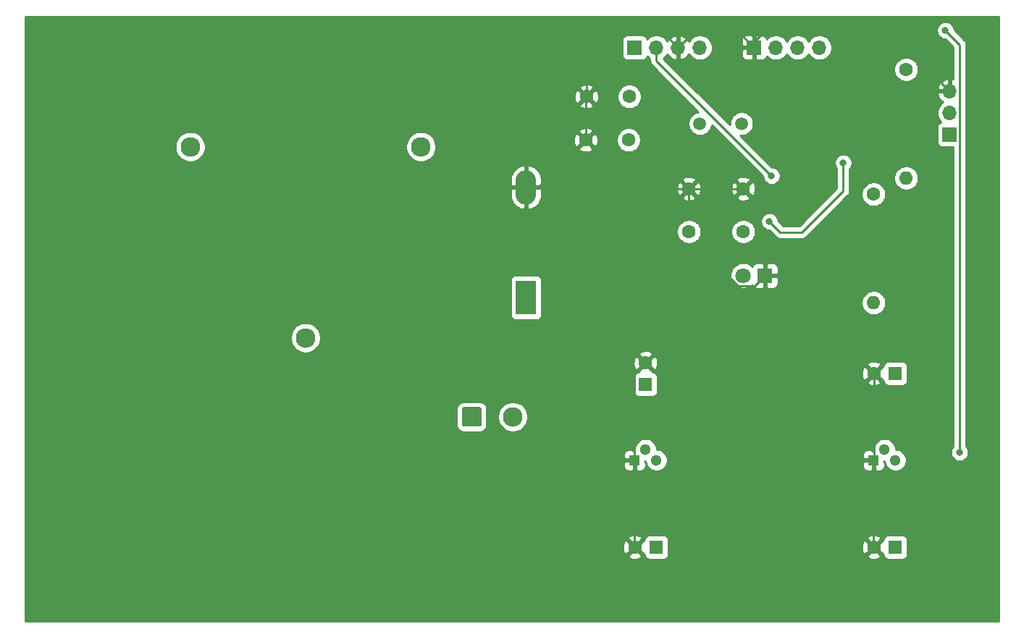
<source format=gbr>
%TF.GenerationSoftware,KiCad,Pcbnew,5.1.12-84ad8e8a86~92~ubuntu20.04.1*%
%TF.CreationDate,2021-12-12T14:48:12+01:00*%
%TF.ProjectId,funkwecker,66756e6b-7765-4636-9b65-722e6b696361,0.1*%
%TF.SameCoordinates,Original*%
%TF.FileFunction,Copper,L2,Bot*%
%TF.FilePolarity,Positive*%
%FSLAX46Y46*%
G04 Gerber Fmt 4.6, Leading zero omitted, Abs format (unit mm)*
G04 Created by KiCad (PCBNEW 5.1.12-84ad8e8a86~92~ubuntu20.04.1) date 2021-12-12 14:48:12*
%MOMM*%
%LPD*%
G01*
G04 APERTURE LIST*
%TA.AperFunction,ComponentPad*%
%ADD10C,2.300000*%
%TD*%
%TA.AperFunction,ComponentPad*%
%ADD11R,2.410000X4.020000*%
%TD*%
%TA.AperFunction,ComponentPad*%
%ADD12O,2.410000X4.020000*%
%TD*%
%TA.AperFunction,WasherPad*%
%ADD13C,2.300000*%
%TD*%
%TA.AperFunction,ComponentPad*%
%ADD14C,1.600000*%
%TD*%
%TA.AperFunction,ComponentPad*%
%ADD15R,1.600000X1.600000*%
%TD*%
%TA.AperFunction,ComponentPad*%
%ADD16R,1.800000X1.800000*%
%TD*%
%TA.AperFunction,ComponentPad*%
%ADD17C,1.800000*%
%TD*%
%TA.AperFunction,ComponentPad*%
%ADD18R,1.700000X1.700000*%
%TD*%
%TA.AperFunction,ComponentPad*%
%ADD19O,1.700000X1.700000*%
%TD*%
%TA.AperFunction,ComponentPad*%
%ADD20O,1.600000X1.600000*%
%TD*%
%TA.AperFunction,ComponentPad*%
%ADD21R,1.300000X1.300000*%
%TD*%
%TA.AperFunction,ComponentPad*%
%ADD22C,1.300000*%
%TD*%
%TA.AperFunction,ComponentPad*%
%ADD23C,1.500000*%
%TD*%
%TA.AperFunction,ViaPad*%
%ADD24C,0.800000*%
%TD*%
%TA.AperFunction,Conductor*%
%ADD25C,0.250000*%
%TD*%
%TA.AperFunction,Conductor*%
%ADD26C,0.254000*%
%TD*%
%TA.AperFunction,Conductor*%
%ADD27C,0.100000*%
%TD*%
G04 APERTURE END LIST*
D10*
%TO.P,SW1,2*%
%TO.N,VCC*%
X141452000Y-100838000D03*
%TO.P,SW1,1*%
%TO.N,Net-(BT1-Pad1)*%
%TA.AperFunction,ComponentPad*%
G36*
G01*
X135502000Y-101738002D02*
X135502000Y-99937998D01*
G75*
G02*
X135751998Y-99688000I249998J0D01*
G01*
X137552002Y-99688000D01*
G75*
G02*
X137802000Y-99937998I0J-249998D01*
G01*
X137802000Y-101738002D01*
G75*
G02*
X137552002Y-101988000I-249998J0D01*
G01*
X135751998Y-101988000D01*
G75*
G02*
X135502000Y-101738002I0J249998D01*
G01*
G37*
%TD.AperFunction*%
%TD*%
D11*
%TO.P,BT1,1*%
%TO.N,Net-(BT1-Pad1)*%
X143002000Y-86868000D03*
D12*
%TO.P,BT1,2*%
%TO.N,GND*%
X143002000Y-73988000D03*
D13*
%TO.P,BT1,*%
%TO.N,*%
X117222000Y-91598000D03*
X130712000Y-69248000D03*
X103742000Y-69248000D03*
%TD*%
D14*
%TO.P,C1,2*%
%TO.N,GND*%
X155742000Y-116078000D03*
D15*
%TO.P,C1,1*%
%TO.N,VCC*%
X158242000Y-116078000D03*
%TD*%
%TO.P,C2,1*%
%TO.N,VDD*%
X156972000Y-97028000D03*
D14*
%TO.P,C2,2*%
%TO.N,GND*%
X156972000Y-94528000D03*
%TD*%
D15*
%TO.P,C5,1*%
%TO.N,VCC*%
X186182000Y-95758000D03*
D14*
%TO.P,C5,2*%
%TO.N,GND*%
X183682000Y-95758000D03*
%TD*%
%TO.P,C6,2*%
%TO.N,GND*%
X183682000Y-116078000D03*
D15*
%TO.P,C6,1*%
%TO.N,+5V*%
X186182000Y-116078000D03*
%TD*%
D16*
%TO.P,D1,1*%
%TO.N,GND*%
X170942000Y-84328000D03*
D17*
%TO.P,D1,2*%
%TO.N,Net-(D1-Pad2)*%
X168402000Y-84328000D03*
%TD*%
D18*
%TO.P,J1,1*%
%TO.N,VDD*%
X192532000Y-67818000D03*
D19*
%TO.P,J1,2*%
%TO.N,DCF_SIGNAL*%
X192532000Y-65278000D03*
%TO.P,J1,3*%
%TO.N,GND*%
X192532000Y-62738000D03*
%TD*%
D18*
%TO.P,J2,1*%
%TO.N,VDD*%
X155702000Y-57658000D03*
D19*
%TO.P,J2,2*%
%TO.N,SWIM_I_O*%
X158242000Y-57658000D03*
%TO.P,J2,3*%
%TO.N,GND*%
X160782000Y-57658000D03*
%TO.P,J2,4*%
%TO.N,RESET*%
X163322000Y-57658000D03*
%TD*%
%TO.P,J3,4*%
%TO.N,LED_DISPLAY_CLK*%
X177292000Y-57658000D03*
%TO.P,J3,3*%
%TO.N,LED_DISPLAY_DATA*%
X174752000Y-57658000D03*
%TO.P,J3,2*%
%TO.N,+5V*%
X172212000Y-57658000D03*
D18*
%TO.P,J3,1*%
%TO.N,GND*%
X169672000Y-57658000D03*
%TD*%
D20*
%TO.P,R1,2*%
%TO.N,VDD*%
X187452000Y-72898000D03*
D14*
%TO.P,R1,1*%
%TO.N,DCF_SIGNAL*%
X187452000Y-60198000D03*
%TD*%
%TO.P,R2,1*%
%TO.N,Test_LED*%
X183642000Y-74803000D03*
D20*
%TO.P,R2,2*%
%TO.N,Net-(D1-Pad2)*%
X183642000Y-87503000D03*
%TD*%
D21*
%TO.P,U1,1*%
%TO.N,GND*%
X155702000Y-105918000D03*
D22*
%TO.P,U1,3*%
%TO.N,VCC*%
X158242000Y-105918000D03*
%TO.P,U1,2*%
%TO.N,VDD*%
X156972000Y-104648000D03*
%TD*%
%TO.P,U8,2*%
%TO.N,+5V*%
X184912000Y-104648000D03*
%TO.P,U8,3*%
%TO.N,VCC*%
X186182000Y-105918000D03*
D21*
%TO.P,U8,1*%
%TO.N,GND*%
X183642000Y-105918000D03*
%TD*%
D23*
%TO.P,Y1,1*%
%TO.N,OSC_OUT*%
X163322000Y-66548000D03*
%TO.P,Y1,2*%
%TO.N,OSC_IN*%
X168202000Y-66548000D03*
%TD*%
D14*
%TO.P,C3,1*%
%TO.N,GND*%
X168402000Y-74168000D03*
%TO.P,C3,2*%
%TO.N,VDD*%
X168402000Y-79168000D03*
%TD*%
%TO.P,C4,2*%
%TO.N,VDD*%
X162052000Y-79168000D03*
%TO.P,C4,1*%
%TO.N,GND*%
X162052000Y-74168000D03*
%TD*%
%TO.P,C7,1*%
%TO.N,OSC_IN*%
X155067000Y-63373000D03*
%TO.P,C7,2*%
%TO.N,GND*%
X150067000Y-63373000D03*
%TD*%
%TO.P,C8,2*%
%TO.N,OSC_OUT*%
X154987000Y-68453000D03*
%TO.P,C8,1*%
%TO.N,GND*%
X149987000Y-68453000D03*
%TD*%
D24*
%TO.N,GND*%
X171704000Y-76454000D03*
%TO.N,+5V*%
X192024000Y-55626000D03*
X193707001Y-104996999D03*
%TO.N,DCF_SIGNAL*%
X171450000Y-77978000D03*
X180086000Y-71120000D03*
%TO.N,SWIM_I_O*%
X171704000Y-72644000D03*
%TD*%
D25*
%TO.N,GND*%
X144452000Y-73988000D02*
X149987000Y-68453000D01*
X143002000Y-73988000D02*
X144452000Y-73988000D01*
X149987000Y-63453000D02*
X150067000Y-63373000D01*
X149987000Y-68453000D02*
X149987000Y-63453000D01*
X158877000Y-55753000D02*
X160782000Y-57658000D01*
X153162000Y-55753000D02*
X158877000Y-55753000D01*
X150067000Y-58848000D02*
X153162000Y-55753000D01*
X150067000Y-63373000D02*
X150067000Y-58848000D01*
X160782000Y-57658000D02*
X162687000Y-55753000D01*
X167767000Y-55753000D02*
X169672000Y-57658000D01*
X162687000Y-55753000D02*
X167767000Y-55753000D01*
X169672000Y-57658000D02*
X169672000Y-57023000D01*
X169672000Y-57023000D02*
X170942000Y-55753000D01*
X185547000Y-55753000D02*
X192532000Y-62738000D01*
X170942000Y-55753000D02*
X185547000Y-55753000D01*
X155702000Y-74168000D02*
X162052000Y-74168000D01*
X149987000Y-68453000D02*
X155702000Y-74168000D01*
X162052000Y-74168000D02*
X168402000Y-74168000D01*
X170688000Y-76454000D02*
X168402000Y-74168000D01*
X171704000Y-76454000D02*
X170688000Y-76454000D01*
X162052000Y-74168000D02*
X162052000Y-76073000D01*
X162052000Y-76073000D02*
X166497000Y-80518000D01*
X169716999Y-85553001D02*
X170942000Y-84328000D01*
X167813999Y-85553001D02*
X169716999Y-85553001D01*
X166497000Y-80518000D02*
X166497000Y-84236002D01*
X172252000Y-84328000D02*
X183682000Y-95758000D01*
X170942000Y-84328000D02*
X172252000Y-84328000D01*
X183682000Y-105878000D02*
X183642000Y-105918000D01*
X183682000Y-95758000D02*
X183682000Y-105878000D01*
X183642000Y-116038000D02*
X183682000Y-116078000D01*
X183642000Y-105918000D02*
X183642000Y-116038000D01*
X166860499Y-84639501D02*
X166860499Y-84599501D01*
X156972000Y-94528000D02*
X166860499Y-84639501D01*
X166860499Y-84599501D02*
X167813999Y-85553001D01*
X166497000Y-84236002D02*
X166860499Y-84599501D01*
X155702000Y-95798000D02*
X155702000Y-105918000D01*
X156972000Y-94528000D02*
X155702000Y-95798000D01*
X155702000Y-116038000D02*
X155742000Y-116078000D01*
X155702000Y-105918000D02*
X155702000Y-116038000D01*
%TO.N,+5V*%
X193707001Y-57309001D02*
X193707001Y-104996999D01*
X192024000Y-55626000D02*
X193707001Y-57309001D01*
X193707001Y-104996999D02*
X193707001Y-104996999D01*
%TO.N,DCF_SIGNAL*%
X180086000Y-71120000D02*
X180086000Y-74422000D01*
X180086000Y-74422000D02*
X175260000Y-79248000D01*
X172720000Y-79248000D02*
X171450000Y-77978000D01*
X175260000Y-79248000D02*
X172720000Y-79248000D01*
%TO.N,SWIM_I_O*%
X158242000Y-59182000D02*
X158242000Y-57658000D01*
X171704000Y-72644000D02*
X158242000Y-59182000D01*
%TD*%
D26*
%TO.N,GND*%
X198222001Y-124689000D02*
X84480000Y-124689000D01*
X84480000Y-117070702D01*
X154928903Y-117070702D01*
X155000486Y-117314671D01*
X155255996Y-117435571D01*
X155530184Y-117504300D01*
X155812512Y-117518217D01*
X156092130Y-117476787D01*
X156358292Y-117381603D01*
X156483514Y-117314671D01*
X156555097Y-117070702D01*
X155742000Y-116257605D01*
X154928903Y-117070702D01*
X84480000Y-117070702D01*
X84480000Y-116148512D01*
X154301783Y-116148512D01*
X154343213Y-116428130D01*
X154438397Y-116694292D01*
X154505329Y-116819514D01*
X154749298Y-116891097D01*
X155562395Y-116078000D01*
X155921605Y-116078000D01*
X156734702Y-116891097D01*
X156803928Y-116870785D01*
X156803928Y-116878000D01*
X156816188Y-117002482D01*
X156852498Y-117122180D01*
X156911463Y-117232494D01*
X156990815Y-117329185D01*
X157087506Y-117408537D01*
X157197820Y-117467502D01*
X157317518Y-117503812D01*
X157442000Y-117516072D01*
X159042000Y-117516072D01*
X159166482Y-117503812D01*
X159286180Y-117467502D01*
X159396494Y-117408537D01*
X159493185Y-117329185D01*
X159572537Y-117232494D01*
X159631502Y-117122180D01*
X159647117Y-117070702D01*
X182868903Y-117070702D01*
X182940486Y-117314671D01*
X183195996Y-117435571D01*
X183470184Y-117504300D01*
X183752512Y-117518217D01*
X184032130Y-117476787D01*
X184298292Y-117381603D01*
X184423514Y-117314671D01*
X184495097Y-117070702D01*
X183682000Y-116257605D01*
X182868903Y-117070702D01*
X159647117Y-117070702D01*
X159667812Y-117002482D01*
X159680072Y-116878000D01*
X159680072Y-116148512D01*
X182241783Y-116148512D01*
X182283213Y-116428130D01*
X182378397Y-116694292D01*
X182445329Y-116819514D01*
X182689298Y-116891097D01*
X183502395Y-116078000D01*
X183861605Y-116078000D01*
X184674702Y-116891097D01*
X184743928Y-116870785D01*
X184743928Y-116878000D01*
X184756188Y-117002482D01*
X184792498Y-117122180D01*
X184851463Y-117232494D01*
X184930815Y-117329185D01*
X185027506Y-117408537D01*
X185137820Y-117467502D01*
X185257518Y-117503812D01*
X185382000Y-117516072D01*
X186982000Y-117516072D01*
X187106482Y-117503812D01*
X187226180Y-117467502D01*
X187336494Y-117408537D01*
X187433185Y-117329185D01*
X187512537Y-117232494D01*
X187571502Y-117122180D01*
X187607812Y-117002482D01*
X187620072Y-116878000D01*
X187620072Y-115278000D01*
X187607812Y-115153518D01*
X187571502Y-115033820D01*
X187512537Y-114923506D01*
X187433185Y-114826815D01*
X187336494Y-114747463D01*
X187226180Y-114688498D01*
X187106482Y-114652188D01*
X186982000Y-114639928D01*
X185382000Y-114639928D01*
X185257518Y-114652188D01*
X185137820Y-114688498D01*
X185027506Y-114747463D01*
X184930815Y-114826815D01*
X184851463Y-114923506D01*
X184792498Y-115033820D01*
X184756188Y-115153518D01*
X184743928Y-115278000D01*
X184743928Y-115285215D01*
X184674702Y-115264903D01*
X183861605Y-116078000D01*
X183502395Y-116078000D01*
X182689298Y-115264903D01*
X182445329Y-115336486D01*
X182324429Y-115591996D01*
X182255700Y-115866184D01*
X182241783Y-116148512D01*
X159680072Y-116148512D01*
X159680072Y-115278000D01*
X159667812Y-115153518D01*
X159647118Y-115085298D01*
X182868903Y-115085298D01*
X183682000Y-115898395D01*
X184495097Y-115085298D01*
X184423514Y-114841329D01*
X184168004Y-114720429D01*
X183893816Y-114651700D01*
X183611488Y-114637783D01*
X183331870Y-114679213D01*
X183065708Y-114774397D01*
X182940486Y-114841329D01*
X182868903Y-115085298D01*
X159647118Y-115085298D01*
X159631502Y-115033820D01*
X159572537Y-114923506D01*
X159493185Y-114826815D01*
X159396494Y-114747463D01*
X159286180Y-114688498D01*
X159166482Y-114652188D01*
X159042000Y-114639928D01*
X157442000Y-114639928D01*
X157317518Y-114652188D01*
X157197820Y-114688498D01*
X157087506Y-114747463D01*
X156990815Y-114826815D01*
X156911463Y-114923506D01*
X156852498Y-115033820D01*
X156816188Y-115153518D01*
X156803928Y-115278000D01*
X156803928Y-115285215D01*
X156734702Y-115264903D01*
X155921605Y-116078000D01*
X155562395Y-116078000D01*
X154749298Y-115264903D01*
X154505329Y-115336486D01*
X154384429Y-115591996D01*
X154315700Y-115866184D01*
X154301783Y-116148512D01*
X84480000Y-116148512D01*
X84480000Y-115085298D01*
X154928903Y-115085298D01*
X155742000Y-115898395D01*
X156555097Y-115085298D01*
X156483514Y-114841329D01*
X156228004Y-114720429D01*
X155953816Y-114651700D01*
X155671488Y-114637783D01*
X155391870Y-114679213D01*
X155125708Y-114774397D01*
X155000486Y-114841329D01*
X154928903Y-115085298D01*
X84480000Y-115085298D01*
X84480000Y-106568000D01*
X154413928Y-106568000D01*
X154426188Y-106692482D01*
X154462498Y-106812180D01*
X154521463Y-106922494D01*
X154600815Y-107019185D01*
X154697506Y-107098537D01*
X154807820Y-107157502D01*
X154927518Y-107193812D01*
X155052000Y-107206072D01*
X155416250Y-107203000D01*
X155575000Y-107044250D01*
X155575000Y-106045000D01*
X154575750Y-106045000D01*
X154417000Y-106203750D01*
X154413928Y-106568000D01*
X84480000Y-106568000D01*
X84480000Y-105268000D01*
X154413928Y-105268000D01*
X154417000Y-105632250D01*
X154575750Y-105791000D01*
X155575000Y-105791000D01*
X155575000Y-105771000D01*
X155829000Y-105771000D01*
X155829000Y-105791000D01*
X155849000Y-105791000D01*
X155849000Y-106045000D01*
X155829000Y-106045000D01*
X155829000Y-107044250D01*
X155987750Y-107203000D01*
X156352000Y-107206072D01*
X156476482Y-107193812D01*
X156596180Y-107157502D01*
X156706494Y-107098537D01*
X156803185Y-107019185D01*
X156882537Y-106922494D01*
X156941502Y-106812180D01*
X156977812Y-106692482D01*
X156990072Y-106568000D01*
X156987000Y-106203750D01*
X156828252Y-106045002D01*
X156957088Y-106045002D01*
X157006381Y-106292821D01*
X157103247Y-106526676D01*
X157243875Y-106737140D01*
X157422860Y-106916125D01*
X157633324Y-107056753D01*
X157867179Y-107153619D01*
X158115439Y-107203000D01*
X158368561Y-107203000D01*
X158616821Y-107153619D01*
X158850676Y-107056753D01*
X159061140Y-106916125D01*
X159240125Y-106737140D01*
X159353141Y-106568000D01*
X182353928Y-106568000D01*
X182366188Y-106692482D01*
X182402498Y-106812180D01*
X182461463Y-106922494D01*
X182540815Y-107019185D01*
X182637506Y-107098537D01*
X182747820Y-107157502D01*
X182867518Y-107193812D01*
X182992000Y-107206072D01*
X183356250Y-107203000D01*
X183515000Y-107044250D01*
X183515000Y-106045000D01*
X182515750Y-106045000D01*
X182357000Y-106203750D01*
X182353928Y-106568000D01*
X159353141Y-106568000D01*
X159380753Y-106526676D01*
X159477619Y-106292821D01*
X159527000Y-106044561D01*
X159527000Y-105791439D01*
X159477619Y-105543179D01*
X159380753Y-105309324D01*
X159353142Y-105268000D01*
X182353928Y-105268000D01*
X182357000Y-105632250D01*
X182515750Y-105791000D01*
X183515000Y-105791000D01*
X183515000Y-105771000D01*
X183769000Y-105771000D01*
X183769000Y-105791000D01*
X183789000Y-105791000D01*
X183789000Y-106045000D01*
X183769000Y-106045000D01*
X183769000Y-107044250D01*
X183927750Y-107203000D01*
X184292000Y-107206072D01*
X184416482Y-107193812D01*
X184536180Y-107157502D01*
X184646494Y-107098537D01*
X184743185Y-107019185D01*
X184822537Y-106922494D01*
X184881502Y-106812180D01*
X184917812Y-106692482D01*
X184930072Y-106568000D01*
X184927000Y-106203750D01*
X184768252Y-106045002D01*
X184897088Y-106045002D01*
X184946381Y-106292821D01*
X185043247Y-106526676D01*
X185183875Y-106737140D01*
X185362860Y-106916125D01*
X185573324Y-107056753D01*
X185807179Y-107153619D01*
X186055439Y-107203000D01*
X186308561Y-107203000D01*
X186556821Y-107153619D01*
X186790676Y-107056753D01*
X187001140Y-106916125D01*
X187180125Y-106737140D01*
X187320753Y-106526676D01*
X187417619Y-106292821D01*
X187467000Y-106044561D01*
X187467000Y-105791439D01*
X187417619Y-105543179D01*
X187320753Y-105309324D01*
X187180125Y-105098860D01*
X187001140Y-104919875D01*
X186790676Y-104779247D01*
X186556821Y-104682381D01*
X186308561Y-104633000D01*
X186197000Y-104633000D01*
X186197000Y-104521439D01*
X186147619Y-104273179D01*
X186050753Y-104039324D01*
X185910125Y-103828860D01*
X185731140Y-103649875D01*
X185520676Y-103509247D01*
X185286821Y-103412381D01*
X185038561Y-103363000D01*
X184785439Y-103363000D01*
X184537179Y-103412381D01*
X184303324Y-103509247D01*
X184092860Y-103649875D01*
X183913875Y-103828860D01*
X183773247Y-104039324D01*
X183676381Y-104273179D01*
X183627000Y-104521439D01*
X183627000Y-104633000D01*
X183514998Y-104633000D01*
X183514998Y-104791748D01*
X183356250Y-104633000D01*
X182992000Y-104629928D01*
X182867518Y-104642188D01*
X182747820Y-104678498D01*
X182637506Y-104737463D01*
X182540815Y-104816815D01*
X182461463Y-104913506D01*
X182402498Y-105023820D01*
X182366188Y-105143518D01*
X182353928Y-105268000D01*
X159353142Y-105268000D01*
X159240125Y-105098860D01*
X159061140Y-104919875D01*
X158850676Y-104779247D01*
X158616821Y-104682381D01*
X158368561Y-104633000D01*
X158257000Y-104633000D01*
X158257000Y-104521439D01*
X158207619Y-104273179D01*
X158110753Y-104039324D01*
X157970125Y-103828860D01*
X157791140Y-103649875D01*
X157580676Y-103509247D01*
X157346821Y-103412381D01*
X157098561Y-103363000D01*
X156845439Y-103363000D01*
X156597179Y-103412381D01*
X156363324Y-103509247D01*
X156152860Y-103649875D01*
X155973875Y-103828860D01*
X155833247Y-104039324D01*
X155736381Y-104273179D01*
X155687000Y-104521439D01*
X155687000Y-104633000D01*
X155574998Y-104633000D01*
X155574998Y-104791748D01*
X155416250Y-104633000D01*
X155052000Y-104629928D01*
X154927518Y-104642188D01*
X154807820Y-104678498D01*
X154697506Y-104737463D01*
X154600815Y-104816815D01*
X154521463Y-104913506D01*
X154462498Y-105023820D01*
X154426188Y-105143518D01*
X154413928Y-105268000D01*
X84480000Y-105268000D01*
X84480000Y-99937998D01*
X134863928Y-99937998D01*
X134863928Y-101738002D01*
X134880992Y-101911256D01*
X134931528Y-102077852D01*
X135013595Y-102231387D01*
X135124038Y-102365962D01*
X135258613Y-102476405D01*
X135412148Y-102558472D01*
X135578744Y-102609008D01*
X135751998Y-102626072D01*
X137552002Y-102626072D01*
X137725256Y-102609008D01*
X137891852Y-102558472D01*
X138045387Y-102476405D01*
X138179962Y-102365962D01*
X138290405Y-102231387D01*
X138372472Y-102077852D01*
X138423008Y-101911256D01*
X138440072Y-101738002D01*
X138440072Y-100662193D01*
X139667000Y-100662193D01*
X139667000Y-101013807D01*
X139735596Y-101358665D01*
X139870153Y-101683515D01*
X140065500Y-101975871D01*
X140314129Y-102224500D01*
X140606485Y-102419847D01*
X140931335Y-102554404D01*
X141276193Y-102623000D01*
X141627807Y-102623000D01*
X141972665Y-102554404D01*
X142297515Y-102419847D01*
X142589871Y-102224500D01*
X142838500Y-101975871D01*
X143033847Y-101683515D01*
X143168404Y-101358665D01*
X143237000Y-101013807D01*
X143237000Y-100662193D01*
X143168404Y-100317335D01*
X143033847Y-99992485D01*
X142838500Y-99700129D01*
X142589871Y-99451500D01*
X142297515Y-99256153D01*
X141972665Y-99121596D01*
X141627807Y-99053000D01*
X141276193Y-99053000D01*
X140931335Y-99121596D01*
X140606485Y-99256153D01*
X140314129Y-99451500D01*
X140065500Y-99700129D01*
X139870153Y-99992485D01*
X139735596Y-100317335D01*
X139667000Y-100662193D01*
X138440072Y-100662193D01*
X138440072Y-99937998D01*
X138423008Y-99764744D01*
X138372472Y-99598148D01*
X138290405Y-99444613D01*
X138179962Y-99310038D01*
X138045387Y-99199595D01*
X137891852Y-99117528D01*
X137725256Y-99066992D01*
X137552002Y-99049928D01*
X135751998Y-99049928D01*
X135578744Y-99066992D01*
X135412148Y-99117528D01*
X135258613Y-99199595D01*
X135124038Y-99310038D01*
X135013595Y-99444613D01*
X134931528Y-99598148D01*
X134880992Y-99764744D01*
X134863928Y-99937998D01*
X84480000Y-99937998D01*
X84480000Y-96228000D01*
X155533928Y-96228000D01*
X155533928Y-97828000D01*
X155546188Y-97952482D01*
X155582498Y-98072180D01*
X155641463Y-98182494D01*
X155720815Y-98279185D01*
X155817506Y-98358537D01*
X155927820Y-98417502D01*
X156047518Y-98453812D01*
X156172000Y-98466072D01*
X157772000Y-98466072D01*
X157896482Y-98453812D01*
X158016180Y-98417502D01*
X158126494Y-98358537D01*
X158223185Y-98279185D01*
X158302537Y-98182494D01*
X158361502Y-98072180D01*
X158397812Y-97952482D01*
X158410072Y-97828000D01*
X158410072Y-96750702D01*
X182868903Y-96750702D01*
X182940486Y-96994671D01*
X183195996Y-97115571D01*
X183470184Y-97184300D01*
X183752512Y-97198217D01*
X184032130Y-97156787D01*
X184298292Y-97061603D01*
X184423514Y-96994671D01*
X184495097Y-96750702D01*
X183682000Y-95937605D01*
X182868903Y-96750702D01*
X158410072Y-96750702D01*
X158410072Y-96228000D01*
X158397812Y-96103518D01*
X158361502Y-95983820D01*
X158302537Y-95873506D01*
X158265612Y-95828512D01*
X182241783Y-95828512D01*
X182283213Y-96108130D01*
X182378397Y-96374292D01*
X182445329Y-96499514D01*
X182689298Y-96571097D01*
X183502395Y-95758000D01*
X183861605Y-95758000D01*
X184674702Y-96571097D01*
X184743928Y-96550785D01*
X184743928Y-96558000D01*
X184756188Y-96682482D01*
X184792498Y-96802180D01*
X184851463Y-96912494D01*
X184930815Y-97009185D01*
X185027506Y-97088537D01*
X185137820Y-97147502D01*
X185257518Y-97183812D01*
X185382000Y-97196072D01*
X186982000Y-97196072D01*
X187106482Y-97183812D01*
X187226180Y-97147502D01*
X187336494Y-97088537D01*
X187433185Y-97009185D01*
X187512537Y-96912494D01*
X187571502Y-96802180D01*
X187607812Y-96682482D01*
X187620072Y-96558000D01*
X187620072Y-94958000D01*
X187607812Y-94833518D01*
X187571502Y-94713820D01*
X187512537Y-94603506D01*
X187433185Y-94506815D01*
X187336494Y-94427463D01*
X187226180Y-94368498D01*
X187106482Y-94332188D01*
X186982000Y-94319928D01*
X185382000Y-94319928D01*
X185257518Y-94332188D01*
X185137820Y-94368498D01*
X185027506Y-94427463D01*
X184930815Y-94506815D01*
X184851463Y-94603506D01*
X184792498Y-94713820D01*
X184756188Y-94833518D01*
X184743928Y-94958000D01*
X184743928Y-94965215D01*
X184674702Y-94944903D01*
X183861605Y-95758000D01*
X183502395Y-95758000D01*
X182689298Y-94944903D01*
X182445329Y-95016486D01*
X182324429Y-95271996D01*
X182255700Y-95546184D01*
X182241783Y-95828512D01*
X158265612Y-95828512D01*
X158223185Y-95776815D01*
X158126494Y-95697463D01*
X158016180Y-95638498D01*
X157896482Y-95602188D01*
X157772000Y-95589928D01*
X157764785Y-95589928D01*
X157785097Y-95520702D01*
X156972000Y-94707605D01*
X156158903Y-95520702D01*
X156179215Y-95589928D01*
X156172000Y-95589928D01*
X156047518Y-95602188D01*
X155927820Y-95638498D01*
X155817506Y-95697463D01*
X155720815Y-95776815D01*
X155641463Y-95873506D01*
X155582498Y-95983820D01*
X155546188Y-96103518D01*
X155533928Y-96228000D01*
X84480000Y-96228000D01*
X84480000Y-94598512D01*
X155531783Y-94598512D01*
X155573213Y-94878130D01*
X155668397Y-95144292D01*
X155735329Y-95269514D01*
X155979298Y-95341097D01*
X156792395Y-94528000D01*
X157151605Y-94528000D01*
X157964702Y-95341097D01*
X158208671Y-95269514D01*
X158329571Y-95014004D01*
X158391912Y-94765298D01*
X182868903Y-94765298D01*
X183682000Y-95578395D01*
X184495097Y-94765298D01*
X184423514Y-94521329D01*
X184168004Y-94400429D01*
X183893816Y-94331700D01*
X183611488Y-94317783D01*
X183331870Y-94359213D01*
X183065708Y-94454397D01*
X182940486Y-94521329D01*
X182868903Y-94765298D01*
X158391912Y-94765298D01*
X158398300Y-94739816D01*
X158412217Y-94457488D01*
X158370787Y-94177870D01*
X158275603Y-93911708D01*
X158208671Y-93786486D01*
X157964702Y-93714903D01*
X157151605Y-94528000D01*
X156792395Y-94528000D01*
X155979298Y-93714903D01*
X155735329Y-93786486D01*
X155614429Y-94041996D01*
X155545700Y-94316184D01*
X155531783Y-94598512D01*
X84480000Y-94598512D01*
X84480000Y-93535298D01*
X156158903Y-93535298D01*
X156972000Y-94348395D01*
X157785097Y-93535298D01*
X157713514Y-93291329D01*
X157458004Y-93170429D01*
X157183816Y-93101700D01*
X156901488Y-93087783D01*
X156621870Y-93129213D01*
X156355708Y-93224397D01*
X156230486Y-93291329D01*
X156158903Y-93535298D01*
X84480000Y-93535298D01*
X84480000Y-91422193D01*
X115437000Y-91422193D01*
X115437000Y-91773807D01*
X115505596Y-92118665D01*
X115640153Y-92443515D01*
X115835500Y-92735871D01*
X116084129Y-92984500D01*
X116376485Y-93179847D01*
X116701335Y-93314404D01*
X117046193Y-93383000D01*
X117397807Y-93383000D01*
X117742665Y-93314404D01*
X118067515Y-93179847D01*
X118359871Y-92984500D01*
X118608500Y-92735871D01*
X118803847Y-92443515D01*
X118938404Y-92118665D01*
X119007000Y-91773807D01*
X119007000Y-91422193D01*
X118938404Y-91077335D01*
X118803847Y-90752485D01*
X118608500Y-90460129D01*
X118359871Y-90211500D01*
X118067515Y-90016153D01*
X117742665Y-89881596D01*
X117397807Y-89813000D01*
X117046193Y-89813000D01*
X116701335Y-89881596D01*
X116376485Y-90016153D01*
X116084129Y-90211500D01*
X115835500Y-90460129D01*
X115640153Y-90752485D01*
X115505596Y-91077335D01*
X115437000Y-91422193D01*
X84480000Y-91422193D01*
X84480000Y-84858000D01*
X141158928Y-84858000D01*
X141158928Y-88878000D01*
X141171188Y-89002482D01*
X141207498Y-89122180D01*
X141266463Y-89232494D01*
X141345815Y-89329185D01*
X141442506Y-89408537D01*
X141552820Y-89467502D01*
X141672518Y-89503812D01*
X141797000Y-89516072D01*
X144207000Y-89516072D01*
X144331482Y-89503812D01*
X144451180Y-89467502D01*
X144561494Y-89408537D01*
X144658185Y-89329185D01*
X144737537Y-89232494D01*
X144796502Y-89122180D01*
X144832812Y-89002482D01*
X144845072Y-88878000D01*
X144845072Y-87361665D01*
X182207000Y-87361665D01*
X182207000Y-87644335D01*
X182262147Y-87921574D01*
X182370320Y-88182727D01*
X182527363Y-88417759D01*
X182727241Y-88617637D01*
X182962273Y-88774680D01*
X183223426Y-88882853D01*
X183500665Y-88938000D01*
X183783335Y-88938000D01*
X184060574Y-88882853D01*
X184321727Y-88774680D01*
X184556759Y-88617637D01*
X184756637Y-88417759D01*
X184913680Y-88182727D01*
X185021853Y-87921574D01*
X185077000Y-87644335D01*
X185077000Y-87361665D01*
X185021853Y-87084426D01*
X184913680Y-86823273D01*
X184756637Y-86588241D01*
X184556759Y-86388363D01*
X184321727Y-86231320D01*
X184060574Y-86123147D01*
X183783335Y-86068000D01*
X183500665Y-86068000D01*
X183223426Y-86123147D01*
X182962273Y-86231320D01*
X182727241Y-86388363D01*
X182527363Y-86588241D01*
X182370320Y-86823273D01*
X182262147Y-87084426D01*
X182207000Y-87361665D01*
X144845072Y-87361665D01*
X144845072Y-84858000D01*
X144832812Y-84733518D01*
X144796502Y-84613820D01*
X144737537Y-84503506D01*
X144658185Y-84406815D01*
X144561494Y-84327463D01*
X144451180Y-84268498D01*
X144331482Y-84232188D01*
X144207000Y-84219928D01*
X141797000Y-84219928D01*
X141672518Y-84232188D01*
X141552820Y-84268498D01*
X141442506Y-84327463D01*
X141345815Y-84406815D01*
X141266463Y-84503506D01*
X141207498Y-84613820D01*
X141171188Y-84733518D01*
X141158928Y-84858000D01*
X84480000Y-84858000D01*
X84480000Y-84176816D01*
X166867000Y-84176816D01*
X166867000Y-84479184D01*
X166925989Y-84775743D01*
X167041701Y-85055095D01*
X167209688Y-85306505D01*
X167423495Y-85520312D01*
X167674905Y-85688299D01*
X167954257Y-85804011D01*
X168250816Y-85863000D01*
X168553184Y-85863000D01*
X168849743Y-85804011D01*
X169129095Y-85688299D01*
X169380505Y-85520312D01*
X169446944Y-85453873D01*
X169452498Y-85472180D01*
X169511463Y-85582494D01*
X169590815Y-85679185D01*
X169687506Y-85758537D01*
X169797820Y-85817502D01*
X169917518Y-85853812D01*
X170042000Y-85866072D01*
X170656250Y-85863000D01*
X170815000Y-85704250D01*
X170815000Y-84455000D01*
X171069000Y-84455000D01*
X171069000Y-85704250D01*
X171227750Y-85863000D01*
X171842000Y-85866072D01*
X171966482Y-85853812D01*
X172086180Y-85817502D01*
X172196494Y-85758537D01*
X172293185Y-85679185D01*
X172372537Y-85582494D01*
X172431502Y-85472180D01*
X172467812Y-85352482D01*
X172480072Y-85228000D01*
X172477000Y-84613750D01*
X172318250Y-84455000D01*
X171069000Y-84455000D01*
X170815000Y-84455000D01*
X170795000Y-84455000D01*
X170795000Y-84201000D01*
X170815000Y-84201000D01*
X170815000Y-82951750D01*
X171069000Y-82951750D01*
X171069000Y-84201000D01*
X172318250Y-84201000D01*
X172477000Y-84042250D01*
X172480072Y-83428000D01*
X172467812Y-83303518D01*
X172431502Y-83183820D01*
X172372537Y-83073506D01*
X172293185Y-82976815D01*
X172196494Y-82897463D01*
X172086180Y-82838498D01*
X171966482Y-82802188D01*
X171842000Y-82789928D01*
X171227750Y-82793000D01*
X171069000Y-82951750D01*
X170815000Y-82951750D01*
X170656250Y-82793000D01*
X170042000Y-82789928D01*
X169917518Y-82802188D01*
X169797820Y-82838498D01*
X169687506Y-82897463D01*
X169590815Y-82976815D01*
X169511463Y-83073506D01*
X169452498Y-83183820D01*
X169446944Y-83202127D01*
X169380505Y-83135688D01*
X169129095Y-82967701D01*
X168849743Y-82851989D01*
X168553184Y-82793000D01*
X168250816Y-82793000D01*
X167954257Y-82851989D01*
X167674905Y-82967701D01*
X167423495Y-83135688D01*
X167209688Y-83349495D01*
X167041701Y-83600905D01*
X166925989Y-83880257D01*
X166867000Y-84176816D01*
X84480000Y-84176816D01*
X84480000Y-79026665D01*
X160617000Y-79026665D01*
X160617000Y-79309335D01*
X160672147Y-79586574D01*
X160780320Y-79847727D01*
X160937363Y-80082759D01*
X161137241Y-80282637D01*
X161372273Y-80439680D01*
X161633426Y-80547853D01*
X161910665Y-80603000D01*
X162193335Y-80603000D01*
X162470574Y-80547853D01*
X162731727Y-80439680D01*
X162966759Y-80282637D01*
X163166637Y-80082759D01*
X163323680Y-79847727D01*
X163431853Y-79586574D01*
X163487000Y-79309335D01*
X163487000Y-79026665D01*
X166967000Y-79026665D01*
X166967000Y-79309335D01*
X167022147Y-79586574D01*
X167130320Y-79847727D01*
X167287363Y-80082759D01*
X167487241Y-80282637D01*
X167722273Y-80439680D01*
X167983426Y-80547853D01*
X168260665Y-80603000D01*
X168543335Y-80603000D01*
X168820574Y-80547853D01*
X169081727Y-80439680D01*
X169316759Y-80282637D01*
X169516637Y-80082759D01*
X169673680Y-79847727D01*
X169781853Y-79586574D01*
X169837000Y-79309335D01*
X169837000Y-79026665D01*
X169781853Y-78749426D01*
X169673680Y-78488273D01*
X169516637Y-78253241D01*
X169316759Y-78053363D01*
X169081727Y-77896320D01*
X169032818Y-77876061D01*
X170415000Y-77876061D01*
X170415000Y-78079939D01*
X170454774Y-78279898D01*
X170532795Y-78468256D01*
X170646063Y-78637774D01*
X170790226Y-78781937D01*
X170959744Y-78895205D01*
X171148102Y-78973226D01*
X171348061Y-79013000D01*
X171410199Y-79013000D01*
X172156201Y-79759003D01*
X172179999Y-79788001D01*
X172295724Y-79882974D01*
X172427753Y-79953546D01*
X172571014Y-79997003D01*
X172682667Y-80008000D01*
X172682676Y-80008000D01*
X172719999Y-80011676D01*
X172757322Y-80008000D01*
X175222678Y-80008000D01*
X175260000Y-80011676D01*
X175297322Y-80008000D01*
X175297333Y-80008000D01*
X175408986Y-79997003D01*
X175552247Y-79953546D01*
X175684276Y-79882974D01*
X175800001Y-79788001D01*
X175823804Y-79758997D01*
X180597003Y-74985799D01*
X180626001Y-74962001D01*
X180720974Y-74846276D01*
X180791546Y-74714247D01*
X180807496Y-74661665D01*
X182207000Y-74661665D01*
X182207000Y-74944335D01*
X182262147Y-75221574D01*
X182370320Y-75482727D01*
X182527363Y-75717759D01*
X182727241Y-75917637D01*
X182962273Y-76074680D01*
X183223426Y-76182853D01*
X183500665Y-76238000D01*
X183783335Y-76238000D01*
X184060574Y-76182853D01*
X184321727Y-76074680D01*
X184556759Y-75917637D01*
X184756637Y-75717759D01*
X184913680Y-75482727D01*
X185021853Y-75221574D01*
X185077000Y-74944335D01*
X185077000Y-74661665D01*
X185021853Y-74384426D01*
X184913680Y-74123273D01*
X184756637Y-73888241D01*
X184556759Y-73688363D01*
X184321727Y-73531320D01*
X184060574Y-73423147D01*
X183783335Y-73368000D01*
X183500665Y-73368000D01*
X183223426Y-73423147D01*
X182962273Y-73531320D01*
X182727241Y-73688363D01*
X182527363Y-73888241D01*
X182370320Y-74123273D01*
X182262147Y-74384426D01*
X182207000Y-74661665D01*
X180807496Y-74661665D01*
X180835003Y-74570986D01*
X180846000Y-74459333D01*
X180846000Y-74459325D01*
X180849676Y-74422000D01*
X180846000Y-74384675D01*
X180846000Y-72756665D01*
X186017000Y-72756665D01*
X186017000Y-73039335D01*
X186072147Y-73316574D01*
X186180320Y-73577727D01*
X186337363Y-73812759D01*
X186537241Y-74012637D01*
X186772273Y-74169680D01*
X187033426Y-74277853D01*
X187310665Y-74333000D01*
X187593335Y-74333000D01*
X187870574Y-74277853D01*
X188131727Y-74169680D01*
X188366759Y-74012637D01*
X188566637Y-73812759D01*
X188723680Y-73577727D01*
X188831853Y-73316574D01*
X188887000Y-73039335D01*
X188887000Y-72756665D01*
X188831853Y-72479426D01*
X188723680Y-72218273D01*
X188566637Y-71983241D01*
X188366759Y-71783363D01*
X188131727Y-71626320D01*
X187870574Y-71518147D01*
X187593335Y-71463000D01*
X187310665Y-71463000D01*
X187033426Y-71518147D01*
X186772273Y-71626320D01*
X186537241Y-71783363D01*
X186337363Y-71983241D01*
X186180320Y-72218273D01*
X186072147Y-72479426D01*
X186017000Y-72756665D01*
X180846000Y-72756665D01*
X180846000Y-71823711D01*
X180889937Y-71779774D01*
X181003205Y-71610256D01*
X181081226Y-71421898D01*
X181121000Y-71221939D01*
X181121000Y-71018061D01*
X181081226Y-70818102D01*
X181003205Y-70629744D01*
X180889937Y-70460226D01*
X180745774Y-70316063D01*
X180576256Y-70202795D01*
X180387898Y-70124774D01*
X180187939Y-70085000D01*
X179984061Y-70085000D01*
X179784102Y-70124774D01*
X179595744Y-70202795D01*
X179426226Y-70316063D01*
X179282063Y-70460226D01*
X179168795Y-70629744D01*
X179090774Y-70818102D01*
X179051000Y-71018061D01*
X179051000Y-71221939D01*
X179090774Y-71421898D01*
X179168795Y-71610256D01*
X179282063Y-71779774D01*
X179326000Y-71823711D01*
X179326001Y-74107197D01*
X174945199Y-78488000D01*
X173034802Y-78488000D01*
X172485000Y-77938199D01*
X172485000Y-77876061D01*
X172445226Y-77676102D01*
X172367205Y-77487744D01*
X172253937Y-77318226D01*
X172109774Y-77174063D01*
X171940256Y-77060795D01*
X171751898Y-76982774D01*
X171551939Y-76943000D01*
X171348061Y-76943000D01*
X171148102Y-76982774D01*
X170959744Y-77060795D01*
X170790226Y-77174063D01*
X170646063Y-77318226D01*
X170532795Y-77487744D01*
X170454774Y-77676102D01*
X170415000Y-77876061D01*
X169032818Y-77876061D01*
X168820574Y-77788147D01*
X168543335Y-77733000D01*
X168260665Y-77733000D01*
X167983426Y-77788147D01*
X167722273Y-77896320D01*
X167487241Y-78053363D01*
X167287363Y-78253241D01*
X167130320Y-78488273D01*
X167022147Y-78749426D01*
X166967000Y-79026665D01*
X163487000Y-79026665D01*
X163431853Y-78749426D01*
X163323680Y-78488273D01*
X163166637Y-78253241D01*
X162966759Y-78053363D01*
X162731727Y-77896320D01*
X162470574Y-77788147D01*
X162193335Y-77733000D01*
X161910665Y-77733000D01*
X161633426Y-77788147D01*
X161372273Y-77896320D01*
X161137241Y-78053363D01*
X160937363Y-78253241D01*
X160780320Y-78488273D01*
X160672147Y-78749426D01*
X160617000Y-79026665D01*
X84480000Y-79026665D01*
X84480000Y-74115000D01*
X141162000Y-74115000D01*
X141162000Y-74920000D01*
X141222132Y-75276526D01*
X141350663Y-75614470D01*
X141542654Y-75920846D01*
X141790727Y-76183879D01*
X142085348Y-76393461D01*
X142415196Y-76541539D01*
X142589411Y-76586145D01*
X142875000Y-76469446D01*
X142875000Y-74115000D01*
X143129000Y-74115000D01*
X143129000Y-76469446D01*
X143414589Y-76586145D01*
X143588804Y-76541539D01*
X143918652Y-76393461D01*
X144213273Y-76183879D01*
X144461346Y-75920846D01*
X144653337Y-75614470D01*
X144781868Y-75276526D01*
X144801402Y-75160702D01*
X161238903Y-75160702D01*
X161310486Y-75404671D01*
X161565996Y-75525571D01*
X161840184Y-75594300D01*
X162122512Y-75608217D01*
X162402130Y-75566787D01*
X162668292Y-75471603D01*
X162793514Y-75404671D01*
X162865097Y-75160702D01*
X167588903Y-75160702D01*
X167660486Y-75404671D01*
X167915996Y-75525571D01*
X168190184Y-75594300D01*
X168472512Y-75608217D01*
X168752130Y-75566787D01*
X169018292Y-75471603D01*
X169143514Y-75404671D01*
X169215097Y-75160702D01*
X168402000Y-74347605D01*
X167588903Y-75160702D01*
X162865097Y-75160702D01*
X162052000Y-74347605D01*
X161238903Y-75160702D01*
X144801402Y-75160702D01*
X144842000Y-74920000D01*
X144842000Y-74238512D01*
X160611783Y-74238512D01*
X160653213Y-74518130D01*
X160748397Y-74784292D01*
X160815329Y-74909514D01*
X161059298Y-74981097D01*
X161872395Y-74168000D01*
X162231605Y-74168000D01*
X163044702Y-74981097D01*
X163288671Y-74909514D01*
X163409571Y-74654004D01*
X163478300Y-74379816D01*
X163485265Y-74238512D01*
X166961783Y-74238512D01*
X167003213Y-74518130D01*
X167098397Y-74784292D01*
X167165329Y-74909514D01*
X167409298Y-74981097D01*
X168222395Y-74168000D01*
X168581605Y-74168000D01*
X169394702Y-74981097D01*
X169638671Y-74909514D01*
X169759571Y-74654004D01*
X169828300Y-74379816D01*
X169842217Y-74097488D01*
X169800787Y-73817870D01*
X169705603Y-73551708D01*
X169638671Y-73426486D01*
X169394702Y-73354903D01*
X168581605Y-74168000D01*
X168222395Y-74168000D01*
X167409298Y-73354903D01*
X167165329Y-73426486D01*
X167044429Y-73681996D01*
X166975700Y-73956184D01*
X166961783Y-74238512D01*
X163485265Y-74238512D01*
X163492217Y-74097488D01*
X163450787Y-73817870D01*
X163355603Y-73551708D01*
X163288671Y-73426486D01*
X163044702Y-73354903D01*
X162231605Y-74168000D01*
X161872395Y-74168000D01*
X161059298Y-73354903D01*
X160815329Y-73426486D01*
X160694429Y-73681996D01*
X160625700Y-73956184D01*
X160611783Y-74238512D01*
X144842000Y-74238512D01*
X144842000Y-74115000D01*
X143129000Y-74115000D01*
X142875000Y-74115000D01*
X141162000Y-74115000D01*
X84480000Y-74115000D01*
X84480000Y-73056000D01*
X141162000Y-73056000D01*
X141162000Y-73861000D01*
X142875000Y-73861000D01*
X142875000Y-71506554D01*
X143129000Y-71506554D01*
X143129000Y-73861000D01*
X144842000Y-73861000D01*
X144842000Y-73175298D01*
X161238903Y-73175298D01*
X162052000Y-73988395D01*
X162865097Y-73175298D01*
X167588903Y-73175298D01*
X168402000Y-73988395D01*
X169215097Y-73175298D01*
X169143514Y-72931329D01*
X168888004Y-72810429D01*
X168613816Y-72741700D01*
X168331488Y-72727783D01*
X168051870Y-72769213D01*
X167785708Y-72864397D01*
X167660486Y-72931329D01*
X167588903Y-73175298D01*
X162865097Y-73175298D01*
X162793514Y-72931329D01*
X162538004Y-72810429D01*
X162263816Y-72741700D01*
X161981488Y-72727783D01*
X161701870Y-72769213D01*
X161435708Y-72864397D01*
X161310486Y-72931329D01*
X161238903Y-73175298D01*
X144842000Y-73175298D01*
X144842000Y-73056000D01*
X144781868Y-72699474D01*
X144653337Y-72361530D01*
X144461346Y-72055154D01*
X144213273Y-71792121D01*
X143918652Y-71582539D01*
X143588804Y-71434461D01*
X143414589Y-71389855D01*
X143129000Y-71506554D01*
X142875000Y-71506554D01*
X142589411Y-71389855D01*
X142415196Y-71434461D01*
X142085348Y-71582539D01*
X141790727Y-71792121D01*
X141542654Y-72055154D01*
X141350663Y-72361530D01*
X141222132Y-72699474D01*
X141162000Y-73056000D01*
X84480000Y-73056000D01*
X84480000Y-69072193D01*
X101957000Y-69072193D01*
X101957000Y-69423807D01*
X102025596Y-69768665D01*
X102160153Y-70093515D01*
X102355500Y-70385871D01*
X102604129Y-70634500D01*
X102896485Y-70829847D01*
X103221335Y-70964404D01*
X103566193Y-71033000D01*
X103917807Y-71033000D01*
X104262665Y-70964404D01*
X104587515Y-70829847D01*
X104879871Y-70634500D01*
X105128500Y-70385871D01*
X105323847Y-70093515D01*
X105458404Y-69768665D01*
X105527000Y-69423807D01*
X105527000Y-69072193D01*
X128927000Y-69072193D01*
X128927000Y-69423807D01*
X128995596Y-69768665D01*
X129130153Y-70093515D01*
X129325500Y-70385871D01*
X129574129Y-70634500D01*
X129866485Y-70829847D01*
X130191335Y-70964404D01*
X130536193Y-71033000D01*
X130887807Y-71033000D01*
X131232665Y-70964404D01*
X131557515Y-70829847D01*
X131849871Y-70634500D01*
X132098500Y-70385871D01*
X132293847Y-70093515D01*
X132428404Y-69768665D01*
X132492644Y-69445702D01*
X149173903Y-69445702D01*
X149245486Y-69689671D01*
X149500996Y-69810571D01*
X149775184Y-69879300D01*
X150057512Y-69893217D01*
X150337130Y-69851787D01*
X150603292Y-69756603D01*
X150728514Y-69689671D01*
X150800097Y-69445702D01*
X149987000Y-68632605D01*
X149173903Y-69445702D01*
X132492644Y-69445702D01*
X132497000Y-69423807D01*
X132497000Y-69072193D01*
X132428404Y-68727335D01*
X132343978Y-68523512D01*
X148546783Y-68523512D01*
X148588213Y-68803130D01*
X148683397Y-69069292D01*
X148750329Y-69194514D01*
X148994298Y-69266097D01*
X149807395Y-68453000D01*
X150166605Y-68453000D01*
X150979702Y-69266097D01*
X151223671Y-69194514D01*
X151344571Y-68939004D01*
X151413300Y-68664816D01*
X151427217Y-68382488D01*
X151416724Y-68311665D01*
X153552000Y-68311665D01*
X153552000Y-68594335D01*
X153607147Y-68871574D01*
X153715320Y-69132727D01*
X153872363Y-69367759D01*
X154072241Y-69567637D01*
X154307273Y-69724680D01*
X154568426Y-69832853D01*
X154845665Y-69888000D01*
X155128335Y-69888000D01*
X155405574Y-69832853D01*
X155666727Y-69724680D01*
X155901759Y-69567637D01*
X156101637Y-69367759D01*
X156258680Y-69132727D01*
X156366853Y-68871574D01*
X156422000Y-68594335D01*
X156422000Y-68311665D01*
X156366853Y-68034426D01*
X156258680Y-67773273D01*
X156101637Y-67538241D01*
X155901759Y-67338363D01*
X155666727Y-67181320D01*
X155405574Y-67073147D01*
X155128335Y-67018000D01*
X154845665Y-67018000D01*
X154568426Y-67073147D01*
X154307273Y-67181320D01*
X154072241Y-67338363D01*
X153872363Y-67538241D01*
X153715320Y-67773273D01*
X153607147Y-68034426D01*
X153552000Y-68311665D01*
X151416724Y-68311665D01*
X151385787Y-68102870D01*
X151290603Y-67836708D01*
X151223671Y-67711486D01*
X150979702Y-67639903D01*
X150166605Y-68453000D01*
X149807395Y-68453000D01*
X148994298Y-67639903D01*
X148750329Y-67711486D01*
X148629429Y-67966996D01*
X148560700Y-68241184D01*
X148546783Y-68523512D01*
X132343978Y-68523512D01*
X132293847Y-68402485D01*
X132098500Y-68110129D01*
X131849871Y-67861500D01*
X131557515Y-67666153D01*
X131232665Y-67531596D01*
X130887807Y-67463000D01*
X130536193Y-67463000D01*
X130191335Y-67531596D01*
X129866485Y-67666153D01*
X129574129Y-67861500D01*
X129325500Y-68110129D01*
X129130153Y-68402485D01*
X128995596Y-68727335D01*
X128927000Y-69072193D01*
X105527000Y-69072193D01*
X105458404Y-68727335D01*
X105323847Y-68402485D01*
X105128500Y-68110129D01*
X104879871Y-67861500D01*
X104587515Y-67666153D01*
X104262665Y-67531596D01*
X103917807Y-67463000D01*
X103566193Y-67463000D01*
X103221335Y-67531596D01*
X102896485Y-67666153D01*
X102604129Y-67861500D01*
X102355500Y-68110129D01*
X102160153Y-68402485D01*
X102025596Y-68727335D01*
X101957000Y-69072193D01*
X84480000Y-69072193D01*
X84480000Y-67460298D01*
X149173903Y-67460298D01*
X149987000Y-68273395D01*
X150800097Y-67460298D01*
X150728514Y-67216329D01*
X150473004Y-67095429D01*
X150198816Y-67026700D01*
X149916488Y-67012783D01*
X149636870Y-67054213D01*
X149370708Y-67149397D01*
X149245486Y-67216329D01*
X149173903Y-67460298D01*
X84480000Y-67460298D01*
X84480000Y-64365702D01*
X149253903Y-64365702D01*
X149325486Y-64609671D01*
X149580996Y-64730571D01*
X149855184Y-64799300D01*
X150137512Y-64813217D01*
X150417130Y-64771787D01*
X150683292Y-64676603D01*
X150808514Y-64609671D01*
X150880097Y-64365702D01*
X150067000Y-63552605D01*
X149253903Y-64365702D01*
X84480000Y-64365702D01*
X84480000Y-63443512D01*
X148626783Y-63443512D01*
X148668213Y-63723130D01*
X148763397Y-63989292D01*
X148830329Y-64114514D01*
X149074298Y-64186097D01*
X149887395Y-63373000D01*
X150246605Y-63373000D01*
X151059702Y-64186097D01*
X151303671Y-64114514D01*
X151424571Y-63859004D01*
X151493300Y-63584816D01*
X151507217Y-63302488D01*
X151496724Y-63231665D01*
X153632000Y-63231665D01*
X153632000Y-63514335D01*
X153687147Y-63791574D01*
X153795320Y-64052727D01*
X153952363Y-64287759D01*
X154152241Y-64487637D01*
X154387273Y-64644680D01*
X154648426Y-64752853D01*
X154925665Y-64808000D01*
X155208335Y-64808000D01*
X155485574Y-64752853D01*
X155746727Y-64644680D01*
X155981759Y-64487637D01*
X156181637Y-64287759D01*
X156338680Y-64052727D01*
X156446853Y-63791574D01*
X156502000Y-63514335D01*
X156502000Y-63231665D01*
X156446853Y-62954426D01*
X156338680Y-62693273D01*
X156181637Y-62458241D01*
X155981759Y-62258363D01*
X155746727Y-62101320D01*
X155485574Y-61993147D01*
X155208335Y-61938000D01*
X154925665Y-61938000D01*
X154648426Y-61993147D01*
X154387273Y-62101320D01*
X154152241Y-62258363D01*
X153952363Y-62458241D01*
X153795320Y-62693273D01*
X153687147Y-62954426D01*
X153632000Y-63231665D01*
X151496724Y-63231665D01*
X151465787Y-63022870D01*
X151370603Y-62756708D01*
X151303671Y-62631486D01*
X151059702Y-62559903D01*
X150246605Y-63373000D01*
X149887395Y-63373000D01*
X149074298Y-62559903D01*
X148830329Y-62631486D01*
X148709429Y-62886996D01*
X148640700Y-63161184D01*
X148626783Y-63443512D01*
X84480000Y-63443512D01*
X84480000Y-62380298D01*
X149253903Y-62380298D01*
X150067000Y-63193395D01*
X150880097Y-62380298D01*
X150808514Y-62136329D01*
X150553004Y-62015429D01*
X150278816Y-61946700D01*
X149996488Y-61932783D01*
X149716870Y-61974213D01*
X149450708Y-62069397D01*
X149325486Y-62136329D01*
X149253903Y-62380298D01*
X84480000Y-62380298D01*
X84480000Y-56808000D01*
X154213928Y-56808000D01*
X154213928Y-58508000D01*
X154226188Y-58632482D01*
X154262498Y-58752180D01*
X154321463Y-58862494D01*
X154400815Y-58959185D01*
X154497506Y-59038537D01*
X154607820Y-59097502D01*
X154727518Y-59133812D01*
X154852000Y-59146072D01*
X156552000Y-59146072D01*
X156676482Y-59133812D01*
X156796180Y-59097502D01*
X156906494Y-59038537D01*
X157003185Y-58959185D01*
X157082537Y-58862494D01*
X157141502Y-58752180D01*
X157163513Y-58679620D01*
X157295368Y-58811475D01*
X157482000Y-58936179D01*
X157482000Y-59144677D01*
X157478324Y-59182000D01*
X157482000Y-59219322D01*
X157482000Y-59219332D01*
X157492997Y-59330985D01*
X157536454Y-59474246D01*
X157607026Y-59606276D01*
X157646871Y-59654826D01*
X157701999Y-59722001D01*
X157731003Y-59745804D01*
X163154402Y-65169204D01*
X162918011Y-65216225D01*
X162665957Y-65320629D01*
X162439114Y-65472201D01*
X162246201Y-65665114D01*
X162094629Y-65891957D01*
X161990225Y-66144011D01*
X161937000Y-66411589D01*
X161937000Y-66684411D01*
X161990225Y-66951989D01*
X162094629Y-67204043D01*
X162246201Y-67430886D01*
X162439114Y-67623799D01*
X162665957Y-67775371D01*
X162918011Y-67879775D01*
X163185589Y-67933000D01*
X163458411Y-67933000D01*
X163725989Y-67879775D01*
X163978043Y-67775371D01*
X164204886Y-67623799D01*
X164397799Y-67430886D01*
X164549371Y-67204043D01*
X164653775Y-66951989D01*
X164700796Y-66715598D01*
X170669000Y-72683802D01*
X170669000Y-72745939D01*
X170708774Y-72945898D01*
X170786795Y-73134256D01*
X170900063Y-73303774D01*
X171044226Y-73447937D01*
X171213744Y-73561205D01*
X171402102Y-73639226D01*
X171602061Y-73679000D01*
X171805939Y-73679000D01*
X172005898Y-73639226D01*
X172194256Y-73561205D01*
X172363774Y-73447937D01*
X172507937Y-73303774D01*
X172621205Y-73134256D01*
X172699226Y-72945898D01*
X172739000Y-72745939D01*
X172739000Y-72542061D01*
X172699226Y-72342102D01*
X172621205Y-72153744D01*
X172507937Y-71984226D01*
X172363774Y-71840063D01*
X172194256Y-71726795D01*
X172005898Y-71648774D01*
X171805939Y-71609000D01*
X171743802Y-71609000D01*
X168067802Y-67933000D01*
X168338411Y-67933000D01*
X168605989Y-67879775D01*
X168858043Y-67775371D01*
X169084886Y-67623799D01*
X169277799Y-67430886D01*
X169429371Y-67204043D01*
X169533775Y-66951989D01*
X169587000Y-66684411D01*
X169587000Y-66411589D01*
X169533775Y-66144011D01*
X169429371Y-65891957D01*
X169277799Y-65665114D01*
X169084886Y-65472201D01*
X168858043Y-65320629D01*
X168605989Y-65216225D01*
X168338411Y-65163000D01*
X168065589Y-65163000D01*
X167798011Y-65216225D01*
X167545957Y-65320629D01*
X167319114Y-65472201D01*
X167126201Y-65665114D01*
X166974629Y-65891957D01*
X166870225Y-66144011D01*
X166817000Y-66411589D01*
X166817000Y-66682198D01*
X162515912Y-62381110D01*
X191090524Y-62381110D01*
X191211845Y-62611000D01*
X192405000Y-62611000D01*
X192405000Y-61417186D01*
X192175109Y-61296519D01*
X191900748Y-61393843D01*
X191650645Y-61542822D01*
X191434412Y-61737731D01*
X191260359Y-61971080D01*
X191135175Y-62233901D01*
X191090524Y-62381110D01*
X162515912Y-62381110D01*
X160191467Y-60056665D01*
X186017000Y-60056665D01*
X186017000Y-60339335D01*
X186072147Y-60616574D01*
X186180320Y-60877727D01*
X186337363Y-61112759D01*
X186537241Y-61312637D01*
X186772273Y-61469680D01*
X187033426Y-61577853D01*
X187310665Y-61633000D01*
X187593335Y-61633000D01*
X187870574Y-61577853D01*
X188131727Y-61469680D01*
X188366759Y-61312637D01*
X188566637Y-61112759D01*
X188723680Y-60877727D01*
X188831853Y-60616574D01*
X188887000Y-60339335D01*
X188887000Y-60056665D01*
X188831853Y-59779426D01*
X188723680Y-59518273D01*
X188566637Y-59283241D01*
X188366759Y-59083363D01*
X188131727Y-58926320D01*
X187870574Y-58818147D01*
X187593335Y-58763000D01*
X187310665Y-58763000D01*
X187033426Y-58818147D01*
X186772273Y-58926320D01*
X186537241Y-59083363D01*
X186337363Y-59283241D01*
X186180320Y-59518273D01*
X186072147Y-59779426D01*
X186017000Y-60056665D01*
X160191467Y-60056665D01*
X159043350Y-58908549D01*
X159188632Y-58811475D01*
X159395475Y-58604632D01*
X159517195Y-58422466D01*
X159586822Y-58539355D01*
X159781731Y-58755588D01*
X160015080Y-58929641D01*
X160277901Y-59054825D01*
X160425110Y-59099476D01*
X160655000Y-58978155D01*
X160655000Y-57785000D01*
X160635000Y-57785000D01*
X160635000Y-57531000D01*
X160655000Y-57531000D01*
X160655000Y-56337845D01*
X160909000Y-56337845D01*
X160909000Y-57531000D01*
X160929000Y-57531000D01*
X160929000Y-57785000D01*
X160909000Y-57785000D01*
X160909000Y-58978155D01*
X161138890Y-59099476D01*
X161286099Y-59054825D01*
X161548920Y-58929641D01*
X161782269Y-58755588D01*
X161977178Y-58539355D01*
X162046805Y-58422466D01*
X162168525Y-58604632D01*
X162375368Y-58811475D01*
X162618589Y-58973990D01*
X162888842Y-59085932D01*
X163175740Y-59143000D01*
X163468260Y-59143000D01*
X163755158Y-59085932D01*
X164025411Y-58973990D01*
X164268632Y-58811475D01*
X164475475Y-58604632D01*
X164540042Y-58508000D01*
X168183928Y-58508000D01*
X168196188Y-58632482D01*
X168232498Y-58752180D01*
X168291463Y-58862494D01*
X168370815Y-58959185D01*
X168467506Y-59038537D01*
X168577820Y-59097502D01*
X168697518Y-59133812D01*
X168822000Y-59146072D01*
X169386250Y-59143000D01*
X169545000Y-58984250D01*
X169545000Y-57785000D01*
X168345750Y-57785000D01*
X168187000Y-57943750D01*
X168183928Y-58508000D01*
X164540042Y-58508000D01*
X164637990Y-58361411D01*
X164749932Y-58091158D01*
X164807000Y-57804260D01*
X164807000Y-57511740D01*
X164749932Y-57224842D01*
X164637990Y-56954589D01*
X164540043Y-56808000D01*
X168183928Y-56808000D01*
X168187000Y-57372250D01*
X168345750Y-57531000D01*
X169545000Y-57531000D01*
X169545000Y-56331750D01*
X169799000Y-56331750D01*
X169799000Y-57531000D01*
X169819000Y-57531000D01*
X169819000Y-57785000D01*
X169799000Y-57785000D01*
X169799000Y-58984250D01*
X169957750Y-59143000D01*
X170522000Y-59146072D01*
X170646482Y-59133812D01*
X170766180Y-59097502D01*
X170876494Y-59038537D01*
X170973185Y-58959185D01*
X171052537Y-58862494D01*
X171111502Y-58752180D01*
X171133513Y-58679620D01*
X171265368Y-58811475D01*
X171508589Y-58973990D01*
X171778842Y-59085932D01*
X172065740Y-59143000D01*
X172358260Y-59143000D01*
X172645158Y-59085932D01*
X172915411Y-58973990D01*
X173158632Y-58811475D01*
X173365475Y-58604632D01*
X173482000Y-58430240D01*
X173598525Y-58604632D01*
X173805368Y-58811475D01*
X174048589Y-58973990D01*
X174318842Y-59085932D01*
X174605740Y-59143000D01*
X174898260Y-59143000D01*
X175185158Y-59085932D01*
X175455411Y-58973990D01*
X175698632Y-58811475D01*
X175905475Y-58604632D01*
X176022000Y-58430240D01*
X176138525Y-58604632D01*
X176345368Y-58811475D01*
X176588589Y-58973990D01*
X176858842Y-59085932D01*
X177145740Y-59143000D01*
X177438260Y-59143000D01*
X177725158Y-59085932D01*
X177995411Y-58973990D01*
X178238632Y-58811475D01*
X178445475Y-58604632D01*
X178607990Y-58361411D01*
X178719932Y-58091158D01*
X178777000Y-57804260D01*
X178777000Y-57511740D01*
X178719932Y-57224842D01*
X178607990Y-56954589D01*
X178445475Y-56711368D01*
X178238632Y-56504525D01*
X177995411Y-56342010D01*
X177725158Y-56230068D01*
X177438260Y-56173000D01*
X177145740Y-56173000D01*
X176858842Y-56230068D01*
X176588589Y-56342010D01*
X176345368Y-56504525D01*
X176138525Y-56711368D01*
X176022000Y-56885760D01*
X175905475Y-56711368D01*
X175698632Y-56504525D01*
X175455411Y-56342010D01*
X175185158Y-56230068D01*
X174898260Y-56173000D01*
X174605740Y-56173000D01*
X174318842Y-56230068D01*
X174048589Y-56342010D01*
X173805368Y-56504525D01*
X173598525Y-56711368D01*
X173482000Y-56885760D01*
X173365475Y-56711368D01*
X173158632Y-56504525D01*
X172915411Y-56342010D01*
X172645158Y-56230068D01*
X172358260Y-56173000D01*
X172065740Y-56173000D01*
X171778842Y-56230068D01*
X171508589Y-56342010D01*
X171265368Y-56504525D01*
X171133513Y-56636380D01*
X171111502Y-56563820D01*
X171052537Y-56453506D01*
X170973185Y-56356815D01*
X170876494Y-56277463D01*
X170766180Y-56218498D01*
X170646482Y-56182188D01*
X170522000Y-56169928D01*
X169957750Y-56173000D01*
X169799000Y-56331750D01*
X169545000Y-56331750D01*
X169386250Y-56173000D01*
X168822000Y-56169928D01*
X168697518Y-56182188D01*
X168577820Y-56218498D01*
X168467506Y-56277463D01*
X168370815Y-56356815D01*
X168291463Y-56453506D01*
X168232498Y-56563820D01*
X168196188Y-56683518D01*
X168183928Y-56808000D01*
X164540043Y-56808000D01*
X164475475Y-56711368D01*
X164268632Y-56504525D01*
X164025411Y-56342010D01*
X163755158Y-56230068D01*
X163468260Y-56173000D01*
X163175740Y-56173000D01*
X162888842Y-56230068D01*
X162618589Y-56342010D01*
X162375368Y-56504525D01*
X162168525Y-56711368D01*
X162046805Y-56893534D01*
X161977178Y-56776645D01*
X161782269Y-56560412D01*
X161548920Y-56386359D01*
X161286099Y-56261175D01*
X161138890Y-56216524D01*
X160909000Y-56337845D01*
X160655000Y-56337845D01*
X160425110Y-56216524D01*
X160277901Y-56261175D01*
X160015080Y-56386359D01*
X159781731Y-56560412D01*
X159586822Y-56776645D01*
X159517195Y-56893534D01*
X159395475Y-56711368D01*
X159188632Y-56504525D01*
X158945411Y-56342010D01*
X158675158Y-56230068D01*
X158388260Y-56173000D01*
X158095740Y-56173000D01*
X157808842Y-56230068D01*
X157538589Y-56342010D01*
X157295368Y-56504525D01*
X157163513Y-56636380D01*
X157141502Y-56563820D01*
X157082537Y-56453506D01*
X157003185Y-56356815D01*
X156906494Y-56277463D01*
X156796180Y-56218498D01*
X156676482Y-56182188D01*
X156552000Y-56169928D01*
X154852000Y-56169928D01*
X154727518Y-56182188D01*
X154607820Y-56218498D01*
X154497506Y-56277463D01*
X154400815Y-56356815D01*
X154321463Y-56453506D01*
X154262498Y-56563820D01*
X154226188Y-56683518D01*
X154213928Y-56808000D01*
X84480000Y-56808000D01*
X84480000Y-55524061D01*
X190989000Y-55524061D01*
X190989000Y-55727939D01*
X191028774Y-55927898D01*
X191106795Y-56116256D01*
X191220063Y-56285774D01*
X191364226Y-56429937D01*
X191533744Y-56543205D01*
X191722102Y-56621226D01*
X191922061Y-56661000D01*
X191984199Y-56661000D01*
X192947001Y-57623803D01*
X192947001Y-61317132D01*
X192888891Y-61296519D01*
X192659000Y-61417186D01*
X192659000Y-62611000D01*
X192679000Y-62611000D01*
X192679000Y-62865000D01*
X192659000Y-62865000D01*
X192659000Y-62885000D01*
X192405000Y-62885000D01*
X192405000Y-62865000D01*
X191211845Y-62865000D01*
X191090524Y-63094890D01*
X191135175Y-63242099D01*
X191260359Y-63504920D01*
X191434412Y-63738269D01*
X191650645Y-63933178D01*
X191767534Y-64002805D01*
X191585368Y-64124525D01*
X191378525Y-64331368D01*
X191216010Y-64574589D01*
X191104068Y-64844842D01*
X191047000Y-65131740D01*
X191047000Y-65424260D01*
X191104068Y-65711158D01*
X191216010Y-65981411D01*
X191378525Y-66224632D01*
X191510380Y-66356487D01*
X191437820Y-66378498D01*
X191327506Y-66437463D01*
X191230815Y-66516815D01*
X191151463Y-66613506D01*
X191092498Y-66723820D01*
X191056188Y-66843518D01*
X191043928Y-66968000D01*
X191043928Y-68668000D01*
X191056188Y-68792482D01*
X191092498Y-68912180D01*
X191151463Y-69022494D01*
X191230815Y-69119185D01*
X191327506Y-69198537D01*
X191437820Y-69257502D01*
X191557518Y-69293812D01*
X191682000Y-69306072D01*
X192947001Y-69306072D01*
X192947002Y-104293287D01*
X192903064Y-104337225D01*
X192789796Y-104506743D01*
X192711775Y-104695101D01*
X192672001Y-104895060D01*
X192672001Y-105098938D01*
X192711775Y-105298897D01*
X192789796Y-105487255D01*
X192903064Y-105656773D01*
X193047227Y-105800936D01*
X193216745Y-105914204D01*
X193405103Y-105992225D01*
X193605062Y-106031999D01*
X193808940Y-106031999D01*
X194008899Y-105992225D01*
X194197257Y-105914204D01*
X194366775Y-105800936D01*
X194510938Y-105656773D01*
X194624206Y-105487255D01*
X194702227Y-105298897D01*
X194742001Y-105098938D01*
X194742001Y-104895060D01*
X194702227Y-104695101D01*
X194624206Y-104506743D01*
X194510938Y-104337225D01*
X194467001Y-104293288D01*
X194467001Y-57346324D01*
X194470677Y-57309001D01*
X194467001Y-57271678D01*
X194467001Y-57271668D01*
X194456004Y-57160015D01*
X194412547Y-57016754D01*
X194341975Y-56884725D01*
X194247002Y-56769000D01*
X194218005Y-56745203D01*
X193059000Y-55586199D01*
X193059000Y-55524061D01*
X193019226Y-55324102D01*
X192941205Y-55135744D01*
X192827937Y-54966226D01*
X192683774Y-54822063D01*
X192514256Y-54708795D01*
X192325898Y-54630774D01*
X192125939Y-54591000D01*
X191922061Y-54591000D01*
X191722102Y-54630774D01*
X191533744Y-54708795D01*
X191364226Y-54822063D01*
X191220063Y-54966226D01*
X191106795Y-55135744D01*
X191028774Y-55324102D01*
X190989000Y-55524061D01*
X84480000Y-55524061D01*
X84480000Y-54000000D01*
X198222000Y-54000000D01*
X198222001Y-124689000D01*
%TA.AperFunction,Conductor*%
D27*
G36*
X198222001Y-124689000D02*
G01*
X84480000Y-124689000D01*
X84480000Y-117070702D01*
X154928903Y-117070702D01*
X155000486Y-117314671D01*
X155255996Y-117435571D01*
X155530184Y-117504300D01*
X155812512Y-117518217D01*
X156092130Y-117476787D01*
X156358292Y-117381603D01*
X156483514Y-117314671D01*
X156555097Y-117070702D01*
X155742000Y-116257605D01*
X154928903Y-117070702D01*
X84480000Y-117070702D01*
X84480000Y-116148512D01*
X154301783Y-116148512D01*
X154343213Y-116428130D01*
X154438397Y-116694292D01*
X154505329Y-116819514D01*
X154749298Y-116891097D01*
X155562395Y-116078000D01*
X155921605Y-116078000D01*
X156734702Y-116891097D01*
X156803928Y-116870785D01*
X156803928Y-116878000D01*
X156816188Y-117002482D01*
X156852498Y-117122180D01*
X156911463Y-117232494D01*
X156990815Y-117329185D01*
X157087506Y-117408537D01*
X157197820Y-117467502D01*
X157317518Y-117503812D01*
X157442000Y-117516072D01*
X159042000Y-117516072D01*
X159166482Y-117503812D01*
X159286180Y-117467502D01*
X159396494Y-117408537D01*
X159493185Y-117329185D01*
X159572537Y-117232494D01*
X159631502Y-117122180D01*
X159647117Y-117070702D01*
X182868903Y-117070702D01*
X182940486Y-117314671D01*
X183195996Y-117435571D01*
X183470184Y-117504300D01*
X183752512Y-117518217D01*
X184032130Y-117476787D01*
X184298292Y-117381603D01*
X184423514Y-117314671D01*
X184495097Y-117070702D01*
X183682000Y-116257605D01*
X182868903Y-117070702D01*
X159647117Y-117070702D01*
X159667812Y-117002482D01*
X159680072Y-116878000D01*
X159680072Y-116148512D01*
X182241783Y-116148512D01*
X182283213Y-116428130D01*
X182378397Y-116694292D01*
X182445329Y-116819514D01*
X182689298Y-116891097D01*
X183502395Y-116078000D01*
X183861605Y-116078000D01*
X184674702Y-116891097D01*
X184743928Y-116870785D01*
X184743928Y-116878000D01*
X184756188Y-117002482D01*
X184792498Y-117122180D01*
X184851463Y-117232494D01*
X184930815Y-117329185D01*
X185027506Y-117408537D01*
X185137820Y-117467502D01*
X185257518Y-117503812D01*
X185382000Y-117516072D01*
X186982000Y-117516072D01*
X187106482Y-117503812D01*
X187226180Y-117467502D01*
X187336494Y-117408537D01*
X187433185Y-117329185D01*
X187512537Y-117232494D01*
X187571502Y-117122180D01*
X187607812Y-117002482D01*
X187620072Y-116878000D01*
X187620072Y-115278000D01*
X187607812Y-115153518D01*
X187571502Y-115033820D01*
X187512537Y-114923506D01*
X187433185Y-114826815D01*
X187336494Y-114747463D01*
X187226180Y-114688498D01*
X187106482Y-114652188D01*
X186982000Y-114639928D01*
X185382000Y-114639928D01*
X185257518Y-114652188D01*
X185137820Y-114688498D01*
X185027506Y-114747463D01*
X184930815Y-114826815D01*
X184851463Y-114923506D01*
X184792498Y-115033820D01*
X184756188Y-115153518D01*
X184743928Y-115278000D01*
X184743928Y-115285215D01*
X184674702Y-115264903D01*
X183861605Y-116078000D01*
X183502395Y-116078000D01*
X182689298Y-115264903D01*
X182445329Y-115336486D01*
X182324429Y-115591996D01*
X182255700Y-115866184D01*
X182241783Y-116148512D01*
X159680072Y-116148512D01*
X159680072Y-115278000D01*
X159667812Y-115153518D01*
X159647118Y-115085298D01*
X182868903Y-115085298D01*
X183682000Y-115898395D01*
X184495097Y-115085298D01*
X184423514Y-114841329D01*
X184168004Y-114720429D01*
X183893816Y-114651700D01*
X183611488Y-114637783D01*
X183331870Y-114679213D01*
X183065708Y-114774397D01*
X182940486Y-114841329D01*
X182868903Y-115085298D01*
X159647118Y-115085298D01*
X159631502Y-115033820D01*
X159572537Y-114923506D01*
X159493185Y-114826815D01*
X159396494Y-114747463D01*
X159286180Y-114688498D01*
X159166482Y-114652188D01*
X159042000Y-114639928D01*
X157442000Y-114639928D01*
X157317518Y-114652188D01*
X157197820Y-114688498D01*
X157087506Y-114747463D01*
X156990815Y-114826815D01*
X156911463Y-114923506D01*
X156852498Y-115033820D01*
X156816188Y-115153518D01*
X156803928Y-115278000D01*
X156803928Y-115285215D01*
X156734702Y-115264903D01*
X155921605Y-116078000D01*
X155562395Y-116078000D01*
X154749298Y-115264903D01*
X154505329Y-115336486D01*
X154384429Y-115591996D01*
X154315700Y-115866184D01*
X154301783Y-116148512D01*
X84480000Y-116148512D01*
X84480000Y-115085298D01*
X154928903Y-115085298D01*
X155742000Y-115898395D01*
X156555097Y-115085298D01*
X156483514Y-114841329D01*
X156228004Y-114720429D01*
X155953816Y-114651700D01*
X155671488Y-114637783D01*
X155391870Y-114679213D01*
X155125708Y-114774397D01*
X155000486Y-114841329D01*
X154928903Y-115085298D01*
X84480000Y-115085298D01*
X84480000Y-106568000D01*
X154413928Y-106568000D01*
X154426188Y-106692482D01*
X154462498Y-106812180D01*
X154521463Y-106922494D01*
X154600815Y-107019185D01*
X154697506Y-107098537D01*
X154807820Y-107157502D01*
X154927518Y-107193812D01*
X155052000Y-107206072D01*
X155416250Y-107203000D01*
X155575000Y-107044250D01*
X155575000Y-106045000D01*
X154575750Y-106045000D01*
X154417000Y-106203750D01*
X154413928Y-106568000D01*
X84480000Y-106568000D01*
X84480000Y-105268000D01*
X154413928Y-105268000D01*
X154417000Y-105632250D01*
X154575750Y-105791000D01*
X155575000Y-105791000D01*
X155575000Y-105771000D01*
X155829000Y-105771000D01*
X155829000Y-105791000D01*
X155849000Y-105791000D01*
X155849000Y-106045000D01*
X155829000Y-106045000D01*
X155829000Y-107044250D01*
X155987750Y-107203000D01*
X156352000Y-107206072D01*
X156476482Y-107193812D01*
X156596180Y-107157502D01*
X156706494Y-107098537D01*
X156803185Y-107019185D01*
X156882537Y-106922494D01*
X156941502Y-106812180D01*
X156977812Y-106692482D01*
X156990072Y-106568000D01*
X156987000Y-106203750D01*
X156828252Y-106045002D01*
X156957088Y-106045002D01*
X157006381Y-106292821D01*
X157103247Y-106526676D01*
X157243875Y-106737140D01*
X157422860Y-106916125D01*
X157633324Y-107056753D01*
X157867179Y-107153619D01*
X158115439Y-107203000D01*
X158368561Y-107203000D01*
X158616821Y-107153619D01*
X158850676Y-107056753D01*
X159061140Y-106916125D01*
X159240125Y-106737140D01*
X159353141Y-106568000D01*
X182353928Y-106568000D01*
X182366188Y-106692482D01*
X182402498Y-106812180D01*
X182461463Y-106922494D01*
X182540815Y-107019185D01*
X182637506Y-107098537D01*
X182747820Y-107157502D01*
X182867518Y-107193812D01*
X182992000Y-107206072D01*
X183356250Y-107203000D01*
X183515000Y-107044250D01*
X183515000Y-106045000D01*
X182515750Y-106045000D01*
X182357000Y-106203750D01*
X182353928Y-106568000D01*
X159353141Y-106568000D01*
X159380753Y-106526676D01*
X159477619Y-106292821D01*
X159527000Y-106044561D01*
X159527000Y-105791439D01*
X159477619Y-105543179D01*
X159380753Y-105309324D01*
X159353142Y-105268000D01*
X182353928Y-105268000D01*
X182357000Y-105632250D01*
X182515750Y-105791000D01*
X183515000Y-105791000D01*
X183515000Y-105771000D01*
X183769000Y-105771000D01*
X183769000Y-105791000D01*
X183789000Y-105791000D01*
X183789000Y-106045000D01*
X183769000Y-106045000D01*
X183769000Y-107044250D01*
X183927750Y-107203000D01*
X184292000Y-107206072D01*
X184416482Y-107193812D01*
X184536180Y-107157502D01*
X184646494Y-107098537D01*
X184743185Y-107019185D01*
X184822537Y-106922494D01*
X184881502Y-106812180D01*
X184917812Y-106692482D01*
X184930072Y-106568000D01*
X184927000Y-106203750D01*
X184768252Y-106045002D01*
X184897088Y-106045002D01*
X184946381Y-106292821D01*
X185043247Y-106526676D01*
X185183875Y-106737140D01*
X185362860Y-106916125D01*
X185573324Y-107056753D01*
X185807179Y-107153619D01*
X186055439Y-107203000D01*
X186308561Y-107203000D01*
X186556821Y-107153619D01*
X186790676Y-107056753D01*
X187001140Y-106916125D01*
X187180125Y-106737140D01*
X187320753Y-106526676D01*
X187417619Y-106292821D01*
X187467000Y-106044561D01*
X187467000Y-105791439D01*
X187417619Y-105543179D01*
X187320753Y-105309324D01*
X187180125Y-105098860D01*
X187001140Y-104919875D01*
X186790676Y-104779247D01*
X186556821Y-104682381D01*
X186308561Y-104633000D01*
X186197000Y-104633000D01*
X186197000Y-104521439D01*
X186147619Y-104273179D01*
X186050753Y-104039324D01*
X185910125Y-103828860D01*
X185731140Y-103649875D01*
X185520676Y-103509247D01*
X185286821Y-103412381D01*
X185038561Y-103363000D01*
X184785439Y-103363000D01*
X184537179Y-103412381D01*
X184303324Y-103509247D01*
X184092860Y-103649875D01*
X183913875Y-103828860D01*
X183773247Y-104039324D01*
X183676381Y-104273179D01*
X183627000Y-104521439D01*
X183627000Y-104633000D01*
X183514998Y-104633000D01*
X183514998Y-104791748D01*
X183356250Y-104633000D01*
X182992000Y-104629928D01*
X182867518Y-104642188D01*
X182747820Y-104678498D01*
X182637506Y-104737463D01*
X182540815Y-104816815D01*
X182461463Y-104913506D01*
X182402498Y-105023820D01*
X182366188Y-105143518D01*
X182353928Y-105268000D01*
X159353142Y-105268000D01*
X159240125Y-105098860D01*
X159061140Y-104919875D01*
X158850676Y-104779247D01*
X158616821Y-104682381D01*
X158368561Y-104633000D01*
X158257000Y-104633000D01*
X158257000Y-104521439D01*
X158207619Y-104273179D01*
X158110753Y-104039324D01*
X157970125Y-103828860D01*
X157791140Y-103649875D01*
X157580676Y-103509247D01*
X157346821Y-103412381D01*
X157098561Y-103363000D01*
X156845439Y-103363000D01*
X156597179Y-103412381D01*
X156363324Y-103509247D01*
X156152860Y-103649875D01*
X155973875Y-103828860D01*
X155833247Y-104039324D01*
X155736381Y-104273179D01*
X155687000Y-104521439D01*
X155687000Y-104633000D01*
X155574998Y-104633000D01*
X155574998Y-104791748D01*
X155416250Y-104633000D01*
X155052000Y-104629928D01*
X154927518Y-104642188D01*
X154807820Y-104678498D01*
X154697506Y-104737463D01*
X154600815Y-104816815D01*
X154521463Y-104913506D01*
X154462498Y-105023820D01*
X154426188Y-105143518D01*
X154413928Y-105268000D01*
X84480000Y-105268000D01*
X84480000Y-99937998D01*
X134863928Y-99937998D01*
X134863928Y-101738002D01*
X134880992Y-101911256D01*
X134931528Y-102077852D01*
X135013595Y-102231387D01*
X135124038Y-102365962D01*
X135258613Y-102476405D01*
X135412148Y-102558472D01*
X135578744Y-102609008D01*
X135751998Y-102626072D01*
X137552002Y-102626072D01*
X137725256Y-102609008D01*
X137891852Y-102558472D01*
X138045387Y-102476405D01*
X138179962Y-102365962D01*
X138290405Y-102231387D01*
X138372472Y-102077852D01*
X138423008Y-101911256D01*
X138440072Y-101738002D01*
X138440072Y-100662193D01*
X139667000Y-100662193D01*
X139667000Y-101013807D01*
X139735596Y-101358665D01*
X139870153Y-101683515D01*
X140065500Y-101975871D01*
X140314129Y-102224500D01*
X140606485Y-102419847D01*
X140931335Y-102554404D01*
X141276193Y-102623000D01*
X141627807Y-102623000D01*
X141972665Y-102554404D01*
X142297515Y-102419847D01*
X142589871Y-102224500D01*
X142838500Y-101975871D01*
X143033847Y-101683515D01*
X143168404Y-101358665D01*
X143237000Y-101013807D01*
X143237000Y-100662193D01*
X143168404Y-100317335D01*
X143033847Y-99992485D01*
X142838500Y-99700129D01*
X142589871Y-99451500D01*
X142297515Y-99256153D01*
X141972665Y-99121596D01*
X141627807Y-99053000D01*
X141276193Y-99053000D01*
X140931335Y-99121596D01*
X140606485Y-99256153D01*
X140314129Y-99451500D01*
X140065500Y-99700129D01*
X139870153Y-99992485D01*
X139735596Y-100317335D01*
X139667000Y-100662193D01*
X138440072Y-100662193D01*
X138440072Y-99937998D01*
X138423008Y-99764744D01*
X138372472Y-99598148D01*
X138290405Y-99444613D01*
X138179962Y-99310038D01*
X138045387Y-99199595D01*
X137891852Y-99117528D01*
X137725256Y-99066992D01*
X137552002Y-99049928D01*
X135751998Y-99049928D01*
X135578744Y-99066992D01*
X135412148Y-99117528D01*
X135258613Y-99199595D01*
X135124038Y-99310038D01*
X135013595Y-99444613D01*
X134931528Y-99598148D01*
X134880992Y-99764744D01*
X134863928Y-99937998D01*
X84480000Y-99937998D01*
X84480000Y-96228000D01*
X155533928Y-96228000D01*
X155533928Y-97828000D01*
X155546188Y-97952482D01*
X155582498Y-98072180D01*
X155641463Y-98182494D01*
X155720815Y-98279185D01*
X155817506Y-98358537D01*
X155927820Y-98417502D01*
X156047518Y-98453812D01*
X156172000Y-98466072D01*
X157772000Y-98466072D01*
X157896482Y-98453812D01*
X158016180Y-98417502D01*
X158126494Y-98358537D01*
X158223185Y-98279185D01*
X158302537Y-98182494D01*
X158361502Y-98072180D01*
X158397812Y-97952482D01*
X158410072Y-97828000D01*
X158410072Y-96750702D01*
X182868903Y-96750702D01*
X182940486Y-96994671D01*
X183195996Y-97115571D01*
X183470184Y-97184300D01*
X183752512Y-97198217D01*
X184032130Y-97156787D01*
X184298292Y-97061603D01*
X184423514Y-96994671D01*
X184495097Y-96750702D01*
X183682000Y-95937605D01*
X182868903Y-96750702D01*
X158410072Y-96750702D01*
X158410072Y-96228000D01*
X158397812Y-96103518D01*
X158361502Y-95983820D01*
X158302537Y-95873506D01*
X158265612Y-95828512D01*
X182241783Y-95828512D01*
X182283213Y-96108130D01*
X182378397Y-96374292D01*
X182445329Y-96499514D01*
X182689298Y-96571097D01*
X183502395Y-95758000D01*
X183861605Y-95758000D01*
X184674702Y-96571097D01*
X184743928Y-96550785D01*
X184743928Y-96558000D01*
X184756188Y-96682482D01*
X184792498Y-96802180D01*
X184851463Y-96912494D01*
X184930815Y-97009185D01*
X185027506Y-97088537D01*
X185137820Y-97147502D01*
X185257518Y-97183812D01*
X185382000Y-97196072D01*
X186982000Y-97196072D01*
X187106482Y-97183812D01*
X187226180Y-97147502D01*
X187336494Y-97088537D01*
X187433185Y-97009185D01*
X187512537Y-96912494D01*
X187571502Y-96802180D01*
X187607812Y-96682482D01*
X187620072Y-96558000D01*
X187620072Y-94958000D01*
X187607812Y-94833518D01*
X187571502Y-94713820D01*
X187512537Y-94603506D01*
X187433185Y-94506815D01*
X187336494Y-94427463D01*
X187226180Y-94368498D01*
X187106482Y-94332188D01*
X186982000Y-94319928D01*
X185382000Y-94319928D01*
X185257518Y-94332188D01*
X185137820Y-94368498D01*
X185027506Y-94427463D01*
X184930815Y-94506815D01*
X184851463Y-94603506D01*
X184792498Y-94713820D01*
X184756188Y-94833518D01*
X184743928Y-94958000D01*
X184743928Y-94965215D01*
X184674702Y-94944903D01*
X183861605Y-95758000D01*
X183502395Y-95758000D01*
X182689298Y-94944903D01*
X182445329Y-95016486D01*
X182324429Y-95271996D01*
X182255700Y-95546184D01*
X182241783Y-95828512D01*
X158265612Y-95828512D01*
X158223185Y-95776815D01*
X158126494Y-95697463D01*
X158016180Y-95638498D01*
X157896482Y-95602188D01*
X157772000Y-95589928D01*
X157764785Y-95589928D01*
X157785097Y-95520702D01*
X156972000Y-94707605D01*
X156158903Y-95520702D01*
X156179215Y-95589928D01*
X156172000Y-95589928D01*
X156047518Y-95602188D01*
X155927820Y-95638498D01*
X155817506Y-95697463D01*
X155720815Y-95776815D01*
X155641463Y-95873506D01*
X155582498Y-95983820D01*
X155546188Y-96103518D01*
X155533928Y-96228000D01*
X84480000Y-96228000D01*
X84480000Y-94598512D01*
X155531783Y-94598512D01*
X155573213Y-94878130D01*
X155668397Y-95144292D01*
X155735329Y-95269514D01*
X155979298Y-95341097D01*
X156792395Y-94528000D01*
X157151605Y-94528000D01*
X157964702Y-95341097D01*
X158208671Y-95269514D01*
X158329571Y-95014004D01*
X158391912Y-94765298D01*
X182868903Y-94765298D01*
X183682000Y-95578395D01*
X184495097Y-94765298D01*
X184423514Y-94521329D01*
X184168004Y-94400429D01*
X183893816Y-94331700D01*
X183611488Y-94317783D01*
X183331870Y-94359213D01*
X183065708Y-94454397D01*
X182940486Y-94521329D01*
X182868903Y-94765298D01*
X158391912Y-94765298D01*
X158398300Y-94739816D01*
X158412217Y-94457488D01*
X158370787Y-94177870D01*
X158275603Y-93911708D01*
X158208671Y-93786486D01*
X157964702Y-93714903D01*
X157151605Y-94528000D01*
X156792395Y-94528000D01*
X155979298Y-93714903D01*
X155735329Y-93786486D01*
X155614429Y-94041996D01*
X155545700Y-94316184D01*
X155531783Y-94598512D01*
X84480000Y-94598512D01*
X84480000Y-93535298D01*
X156158903Y-93535298D01*
X156972000Y-94348395D01*
X157785097Y-93535298D01*
X157713514Y-93291329D01*
X157458004Y-93170429D01*
X157183816Y-93101700D01*
X156901488Y-93087783D01*
X156621870Y-93129213D01*
X156355708Y-93224397D01*
X156230486Y-93291329D01*
X156158903Y-93535298D01*
X84480000Y-93535298D01*
X84480000Y-91422193D01*
X115437000Y-91422193D01*
X115437000Y-91773807D01*
X115505596Y-92118665D01*
X115640153Y-92443515D01*
X115835500Y-92735871D01*
X116084129Y-92984500D01*
X116376485Y-93179847D01*
X116701335Y-93314404D01*
X117046193Y-93383000D01*
X117397807Y-93383000D01*
X117742665Y-93314404D01*
X118067515Y-93179847D01*
X118359871Y-92984500D01*
X118608500Y-92735871D01*
X118803847Y-92443515D01*
X118938404Y-92118665D01*
X119007000Y-91773807D01*
X119007000Y-91422193D01*
X118938404Y-91077335D01*
X118803847Y-90752485D01*
X118608500Y-90460129D01*
X118359871Y-90211500D01*
X118067515Y-90016153D01*
X117742665Y-89881596D01*
X117397807Y-89813000D01*
X117046193Y-89813000D01*
X116701335Y-89881596D01*
X116376485Y-90016153D01*
X116084129Y-90211500D01*
X115835500Y-90460129D01*
X115640153Y-90752485D01*
X115505596Y-91077335D01*
X115437000Y-91422193D01*
X84480000Y-91422193D01*
X84480000Y-84858000D01*
X141158928Y-84858000D01*
X141158928Y-88878000D01*
X141171188Y-89002482D01*
X141207498Y-89122180D01*
X141266463Y-89232494D01*
X141345815Y-89329185D01*
X141442506Y-89408537D01*
X141552820Y-89467502D01*
X141672518Y-89503812D01*
X141797000Y-89516072D01*
X144207000Y-89516072D01*
X144331482Y-89503812D01*
X144451180Y-89467502D01*
X144561494Y-89408537D01*
X144658185Y-89329185D01*
X144737537Y-89232494D01*
X144796502Y-89122180D01*
X144832812Y-89002482D01*
X144845072Y-88878000D01*
X144845072Y-87361665D01*
X182207000Y-87361665D01*
X182207000Y-87644335D01*
X182262147Y-87921574D01*
X182370320Y-88182727D01*
X182527363Y-88417759D01*
X182727241Y-88617637D01*
X182962273Y-88774680D01*
X183223426Y-88882853D01*
X183500665Y-88938000D01*
X183783335Y-88938000D01*
X184060574Y-88882853D01*
X184321727Y-88774680D01*
X184556759Y-88617637D01*
X184756637Y-88417759D01*
X184913680Y-88182727D01*
X185021853Y-87921574D01*
X185077000Y-87644335D01*
X185077000Y-87361665D01*
X185021853Y-87084426D01*
X184913680Y-86823273D01*
X184756637Y-86588241D01*
X184556759Y-86388363D01*
X184321727Y-86231320D01*
X184060574Y-86123147D01*
X183783335Y-86068000D01*
X183500665Y-86068000D01*
X183223426Y-86123147D01*
X182962273Y-86231320D01*
X182727241Y-86388363D01*
X182527363Y-86588241D01*
X182370320Y-86823273D01*
X182262147Y-87084426D01*
X182207000Y-87361665D01*
X144845072Y-87361665D01*
X144845072Y-84858000D01*
X144832812Y-84733518D01*
X144796502Y-84613820D01*
X144737537Y-84503506D01*
X144658185Y-84406815D01*
X144561494Y-84327463D01*
X144451180Y-84268498D01*
X144331482Y-84232188D01*
X144207000Y-84219928D01*
X141797000Y-84219928D01*
X141672518Y-84232188D01*
X141552820Y-84268498D01*
X141442506Y-84327463D01*
X141345815Y-84406815D01*
X141266463Y-84503506D01*
X141207498Y-84613820D01*
X141171188Y-84733518D01*
X141158928Y-84858000D01*
X84480000Y-84858000D01*
X84480000Y-84176816D01*
X166867000Y-84176816D01*
X166867000Y-84479184D01*
X166925989Y-84775743D01*
X167041701Y-85055095D01*
X167209688Y-85306505D01*
X167423495Y-85520312D01*
X167674905Y-85688299D01*
X167954257Y-85804011D01*
X168250816Y-85863000D01*
X168553184Y-85863000D01*
X168849743Y-85804011D01*
X169129095Y-85688299D01*
X169380505Y-85520312D01*
X169446944Y-85453873D01*
X169452498Y-85472180D01*
X169511463Y-85582494D01*
X169590815Y-85679185D01*
X169687506Y-85758537D01*
X169797820Y-85817502D01*
X169917518Y-85853812D01*
X170042000Y-85866072D01*
X170656250Y-85863000D01*
X170815000Y-85704250D01*
X170815000Y-84455000D01*
X171069000Y-84455000D01*
X171069000Y-85704250D01*
X171227750Y-85863000D01*
X171842000Y-85866072D01*
X171966482Y-85853812D01*
X172086180Y-85817502D01*
X172196494Y-85758537D01*
X172293185Y-85679185D01*
X172372537Y-85582494D01*
X172431502Y-85472180D01*
X172467812Y-85352482D01*
X172480072Y-85228000D01*
X172477000Y-84613750D01*
X172318250Y-84455000D01*
X171069000Y-84455000D01*
X170815000Y-84455000D01*
X170795000Y-84455000D01*
X170795000Y-84201000D01*
X170815000Y-84201000D01*
X170815000Y-82951750D01*
X171069000Y-82951750D01*
X171069000Y-84201000D01*
X172318250Y-84201000D01*
X172477000Y-84042250D01*
X172480072Y-83428000D01*
X172467812Y-83303518D01*
X172431502Y-83183820D01*
X172372537Y-83073506D01*
X172293185Y-82976815D01*
X172196494Y-82897463D01*
X172086180Y-82838498D01*
X171966482Y-82802188D01*
X171842000Y-82789928D01*
X171227750Y-82793000D01*
X171069000Y-82951750D01*
X170815000Y-82951750D01*
X170656250Y-82793000D01*
X170042000Y-82789928D01*
X169917518Y-82802188D01*
X169797820Y-82838498D01*
X169687506Y-82897463D01*
X169590815Y-82976815D01*
X169511463Y-83073506D01*
X169452498Y-83183820D01*
X169446944Y-83202127D01*
X169380505Y-83135688D01*
X169129095Y-82967701D01*
X168849743Y-82851989D01*
X168553184Y-82793000D01*
X168250816Y-82793000D01*
X167954257Y-82851989D01*
X167674905Y-82967701D01*
X167423495Y-83135688D01*
X167209688Y-83349495D01*
X167041701Y-83600905D01*
X166925989Y-83880257D01*
X166867000Y-84176816D01*
X84480000Y-84176816D01*
X84480000Y-79026665D01*
X160617000Y-79026665D01*
X160617000Y-79309335D01*
X160672147Y-79586574D01*
X160780320Y-79847727D01*
X160937363Y-80082759D01*
X161137241Y-80282637D01*
X161372273Y-80439680D01*
X161633426Y-80547853D01*
X161910665Y-80603000D01*
X162193335Y-80603000D01*
X162470574Y-80547853D01*
X162731727Y-80439680D01*
X162966759Y-80282637D01*
X163166637Y-80082759D01*
X163323680Y-79847727D01*
X163431853Y-79586574D01*
X163487000Y-79309335D01*
X163487000Y-79026665D01*
X166967000Y-79026665D01*
X166967000Y-79309335D01*
X167022147Y-79586574D01*
X167130320Y-79847727D01*
X167287363Y-80082759D01*
X167487241Y-80282637D01*
X167722273Y-80439680D01*
X167983426Y-80547853D01*
X168260665Y-80603000D01*
X168543335Y-80603000D01*
X168820574Y-80547853D01*
X169081727Y-80439680D01*
X169316759Y-80282637D01*
X169516637Y-80082759D01*
X169673680Y-79847727D01*
X169781853Y-79586574D01*
X169837000Y-79309335D01*
X169837000Y-79026665D01*
X169781853Y-78749426D01*
X169673680Y-78488273D01*
X169516637Y-78253241D01*
X169316759Y-78053363D01*
X169081727Y-77896320D01*
X169032818Y-77876061D01*
X170415000Y-77876061D01*
X170415000Y-78079939D01*
X170454774Y-78279898D01*
X170532795Y-78468256D01*
X170646063Y-78637774D01*
X170790226Y-78781937D01*
X170959744Y-78895205D01*
X171148102Y-78973226D01*
X171348061Y-79013000D01*
X171410199Y-79013000D01*
X172156201Y-79759003D01*
X172179999Y-79788001D01*
X172295724Y-79882974D01*
X172427753Y-79953546D01*
X172571014Y-79997003D01*
X172682667Y-80008000D01*
X172682676Y-80008000D01*
X172719999Y-80011676D01*
X172757322Y-80008000D01*
X175222678Y-80008000D01*
X175260000Y-80011676D01*
X175297322Y-80008000D01*
X175297333Y-80008000D01*
X175408986Y-79997003D01*
X175552247Y-79953546D01*
X175684276Y-79882974D01*
X175800001Y-79788001D01*
X175823804Y-79758997D01*
X180597003Y-74985799D01*
X180626001Y-74962001D01*
X180720974Y-74846276D01*
X180791546Y-74714247D01*
X180807496Y-74661665D01*
X182207000Y-74661665D01*
X182207000Y-74944335D01*
X182262147Y-75221574D01*
X182370320Y-75482727D01*
X182527363Y-75717759D01*
X182727241Y-75917637D01*
X182962273Y-76074680D01*
X183223426Y-76182853D01*
X183500665Y-76238000D01*
X183783335Y-76238000D01*
X184060574Y-76182853D01*
X184321727Y-76074680D01*
X184556759Y-75917637D01*
X184756637Y-75717759D01*
X184913680Y-75482727D01*
X185021853Y-75221574D01*
X185077000Y-74944335D01*
X185077000Y-74661665D01*
X185021853Y-74384426D01*
X184913680Y-74123273D01*
X184756637Y-73888241D01*
X184556759Y-73688363D01*
X184321727Y-73531320D01*
X184060574Y-73423147D01*
X183783335Y-73368000D01*
X183500665Y-73368000D01*
X183223426Y-73423147D01*
X182962273Y-73531320D01*
X182727241Y-73688363D01*
X182527363Y-73888241D01*
X182370320Y-74123273D01*
X182262147Y-74384426D01*
X182207000Y-74661665D01*
X180807496Y-74661665D01*
X180835003Y-74570986D01*
X180846000Y-74459333D01*
X180846000Y-74459325D01*
X180849676Y-74422000D01*
X180846000Y-74384675D01*
X180846000Y-72756665D01*
X186017000Y-72756665D01*
X186017000Y-73039335D01*
X186072147Y-73316574D01*
X186180320Y-73577727D01*
X186337363Y-73812759D01*
X186537241Y-74012637D01*
X186772273Y-74169680D01*
X187033426Y-74277853D01*
X187310665Y-74333000D01*
X187593335Y-74333000D01*
X187870574Y-74277853D01*
X188131727Y-74169680D01*
X188366759Y-74012637D01*
X188566637Y-73812759D01*
X188723680Y-73577727D01*
X188831853Y-73316574D01*
X188887000Y-73039335D01*
X188887000Y-72756665D01*
X188831853Y-72479426D01*
X188723680Y-72218273D01*
X188566637Y-71983241D01*
X188366759Y-71783363D01*
X188131727Y-71626320D01*
X187870574Y-71518147D01*
X187593335Y-71463000D01*
X187310665Y-71463000D01*
X187033426Y-71518147D01*
X186772273Y-71626320D01*
X186537241Y-71783363D01*
X186337363Y-71983241D01*
X186180320Y-72218273D01*
X186072147Y-72479426D01*
X186017000Y-72756665D01*
X180846000Y-72756665D01*
X180846000Y-71823711D01*
X180889937Y-71779774D01*
X181003205Y-71610256D01*
X181081226Y-71421898D01*
X181121000Y-71221939D01*
X181121000Y-71018061D01*
X181081226Y-70818102D01*
X181003205Y-70629744D01*
X180889937Y-70460226D01*
X180745774Y-70316063D01*
X180576256Y-70202795D01*
X180387898Y-70124774D01*
X180187939Y-70085000D01*
X179984061Y-70085000D01*
X179784102Y-70124774D01*
X179595744Y-70202795D01*
X179426226Y-70316063D01*
X179282063Y-70460226D01*
X179168795Y-70629744D01*
X179090774Y-70818102D01*
X179051000Y-71018061D01*
X179051000Y-71221939D01*
X179090774Y-71421898D01*
X179168795Y-71610256D01*
X179282063Y-71779774D01*
X179326000Y-71823711D01*
X179326001Y-74107197D01*
X174945199Y-78488000D01*
X173034802Y-78488000D01*
X172485000Y-77938199D01*
X172485000Y-77876061D01*
X172445226Y-77676102D01*
X172367205Y-77487744D01*
X172253937Y-77318226D01*
X172109774Y-77174063D01*
X171940256Y-77060795D01*
X171751898Y-76982774D01*
X171551939Y-76943000D01*
X171348061Y-76943000D01*
X171148102Y-76982774D01*
X170959744Y-77060795D01*
X170790226Y-77174063D01*
X170646063Y-77318226D01*
X170532795Y-77487744D01*
X170454774Y-77676102D01*
X170415000Y-77876061D01*
X169032818Y-77876061D01*
X168820574Y-77788147D01*
X168543335Y-77733000D01*
X168260665Y-77733000D01*
X167983426Y-77788147D01*
X167722273Y-77896320D01*
X167487241Y-78053363D01*
X167287363Y-78253241D01*
X167130320Y-78488273D01*
X167022147Y-78749426D01*
X166967000Y-79026665D01*
X163487000Y-79026665D01*
X163431853Y-78749426D01*
X163323680Y-78488273D01*
X163166637Y-78253241D01*
X162966759Y-78053363D01*
X162731727Y-77896320D01*
X162470574Y-77788147D01*
X162193335Y-77733000D01*
X161910665Y-77733000D01*
X161633426Y-77788147D01*
X161372273Y-77896320D01*
X161137241Y-78053363D01*
X160937363Y-78253241D01*
X160780320Y-78488273D01*
X160672147Y-78749426D01*
X160617000Y-79026665D01*
X84480000Y-79026665D01*
X84480000Y-74115000D01*
X141162000Y-74115000D01*
X141162000Y-74920000D01*
X141222132Y-75276526D01*
X141350663Y-75614470D01*
X141542654Y-75920846D01*
X141790727Y-76183879D01*
X142085348Y-76393461D01*
X142415196Y-76541539D01*
X142589411Y-76586145D01*
X142875000Y-76469446D01*
X142875000Y-74115000D01*
X143129000Y-74115000D01*
X143129000Y-76469446D01*
X143414589Y-76586145D01*
X143588804Y-76541539D01*
X143918652Y-76393461D01*
X144213273Y-76183879D01*
X144461346Y-75920846D01*
X144653337Y-75614470D01*
X144781868Y-75276526D01*
X144801402Y-75160702D01*
X161238903Y-75160702D01*
X161310486Y-75404671D01*
X161565996Y-75525571D01*
X161840184Y-75594300D01*
X162122512Y-75608217D01*
X162402130Y-75566787D01*
X162668292Y-75471603D01*
X162793514Y-75404671D01*
X162865097Y-75160702D01*
X167588903Y-75160702D01*
X167660486Y-75404671D01*
X167915996Y-75525571D01*
X168190184Y-75594300D01*
X168472512Y-75608217D01*
X168752130Y-75566787D01*
X169018292Y-75471603D01*
X169143514Y-75404671D01*
X169215097Y-75160702D01*
X168402000Y-74347605D01*
X167588903Y-75160702D01*
X162865097Y-75160702D01*
X162052000Y-74347605D01*
X161238903Y-75160702D01*
X144801402Y-75160702D01*
X144842000Y-74920000D01*
X144842000Y-74238512D01*
X160611783Y-74238512D01*
X160653213Y-74518130D01*
X160748397Y-74784292D01*
X160815329Y-74909514D01*
X161059298Y-74981097D01*
X161872395Y-74168000D01*
X162231605Y-74168000D01*
X163044702Y-74981097D01*
X163288671Y-74909514D01*
X163409571Y-74654004D01*
X163478300Y-74379816D01*
X163485265Y-74238512D01*
X166961783Y-74238512D01*
X167003213Y-74518130D01*
X167098397Y-74784292D01*
X167165329Y-74909514D01*
X167409298Y-74981097D01*
X168222395Y-74168000D01*
X168581605Y-74168000D01*
X169394702Y-74981097D01*
X169638671Y-74909514D01*
X169759571Y-74654004D01*
X169828300Y-74379816D01*
X169842217Y-74097488D01*
X169800787Y-73817870D01*
X169705603Y-73551708D01*
X169638671Y-73426486D01*
X169394702Y-73354903D01*
X168581605Y-74168000D01*
X168222395Y-74168000D01*
X167409298Y-73354903D01*
X167165329Y-73426486D01*
X167044429Y-73681996D01*
X166975700Y-73956184D01*
X166961783Y-74238512D01*
X163485265Y-74238512D01*
X163492217Y-74097488D01*
X163450787Y-73817870D01*
X163355603Y-73551708D01*
X163288671Y-73426486D01*
X163044702Y-73354903D01*
X162231605Y-74168000D01*
X161872395Y-74168000D01*
X161059298Y-73354903D01*
X160815329Y-73426486D01*
X160694429Y-73681996D01*
X160625700Y-73956184D01*
X160611783Y-74238512D01*
X144842000Y-74238512D01*
X144842000Y-74115000D01*
X143129000Y-74115000D01*
X142875000Y-74115000D01*
X141162000Y-74115000D01*
X84480000Y-74115000D01*
X84480000Y-73056000D01*
X141162000Y-73056000D01*
X141162000Y-73861000D01*
X142875000Y-73861000D01*
X142875000Y-71506554D01*
X143129000Y-71506554D01*
X143129000Y-73861000D01*
X144842000Y-73861000D01*
X144842000Y-73175298D01*
X161238903Y-73175298D01*
X162052000Y-73988395D01*
X162865097Y-73175298D01*
X167588903Y-73175298D01*
X168402000Y-73988395D01*
X169215097Y-73175298D01*
X169143514Y-72931329D01*
X168888004Y-72810429D01*
X168613816Y-72741700D01*
X168331488Y-72727783D01*
X168051870Y-72769213D01*
X167785708Y-72864397D01*
X167660486Y-72931329D01*
X167588903Y-73175298D01*
X162865097Y-73175298D01*
X162793514Y-72931329D01*
X162538004Y-72810429D01*
X162263816Y-72741700D01*
X161981488Y-72727783D01*
X161701870Y-72769213D01*
X161435708Y-72864397D01*
X161310486Y-72931329D01*
X161238903Y-73175298D01*
X144842000Y-73175298D01*
X144842000Y-73056000D01*
X144781868Y-72699474D01*
X144653337Y-72361530D01*
X144461346Y-72055154D01*
X144213273Y-71792121D01*
X143918652Y-71582539D01*
X143588804Y-71434461D01*
X143414589Y-71389855D01*
X143129000Y-71506554D01*
X142875000Y-71506554D01*
X142589411Y-71389855D01*
X142415196Y-71434461D01*
X142085348Y-71582539D01*
X141790727Y-71792121D01*
X141542654Y-72055154D01*
X141350663Y-72361530D01*
X141222132Y-72699474D01*
X141162000Y-73056000D01*
X84480000Y-73056000D01*
X84480000Y-69072193D01*
X101957000Y-69072193D01*
X101957000Y-69423807D01*
X102025596Y-69768665D01*
X102160153Y-70093515D01*
X102355500Y-70385871D01*
X102604129Y-70634500D01*
X102896485Y-70829847D01*
X103221335Y-70964404D01*
X103566193Y-71033000D01*
X103917807Y-71033000D01*
X104262665Y-70964404D01*
X104587515Y-70829847D01*
X104879871Y-70634500D01*
X105128500Y-70385871D01*
X105323847Y-70093515D01*
X105458404Y-69768665D01*
X105527000Y-69423807D01*
X105527000Y-69072193D01*
X128927000Y-69072193D01*
X128927000Y-69423807D01*
X128995596Y-69768665D01*
X129130153Y-70093515D01*
X129325500Y-70385871D01*
X129574129Y-70634500D01*
X129866485Y-70829847D01*
X130191335Y-70964404D01*
X130536193Y-71033000D01*
X130887807Y-71033000D01*
X131232665Y-70964404D01*
X131557515Y-70829847D01*
X131849871Y-70634500D01*
X132098500Y-70385871D01*
X132293847Y-70093515D01*
X132428404Y-69768665D01*
X132492644Y-69445702D01*
X149173903Y-69445702D01*
X149245486Y-69689671D01*
X149500996Y-69810571D01*
X149775184Y-69879300D01*
X150057512Y-69893217D01*
X150337130Y-69851787D01*
X150603292Y-69756603D01*
X150728514Y-69689671D01*
X150800097Y-69445702D01*
X149987000Y-68632605D01*
X149173903Y-69445702D01*
X132492644Y-69445702D01*
X132497000Y-69423807D01*
X132497000Y-69072193D01*
X132428404Y-68727335D01*
X132343978Y-68523512D01*
X148546783Y-68523512D01*
X148588213Y-68803130D01*
X148683397Y-69069292D01*
X148750329Y-69194514D01*
X148994298Y-69266097D01*
X149807395Y-68453000D01*
X150166605Y-68453000D01*
X150979702Y-69266097D01*
X151223671Y-69194514D01*
X151344571Y-68939004D01*
X151413300Y-68664816D01*
X151427217Y-68382488D01*
X151416724Y-68311665D01*
X153552000Y-68311665D01*
X153552000Y-68594335D01*
X153607147Y-68871574D01*
X153715320Y-69132727D01*
X153872363Y-69367759D01*
X154072241Y-69567637D01*
X154307273Y-69724680D01*
X154568426Y-69832853D01*
X154845665Y-69888000D01*
X155128335Y-69888000D01*
X155405574Y-69832853D01*
X155666727Y-69724680D01*
X155901759Y-69567637D01*
X156101637Y-69367759D01*
X156258680Y-69132727D01*
X156366853Y-68871574D01*
X156422000Y-68594335D01*
X156422000Y-68311665D01*
X156366853Y-68034426D01*
X156258680Y-67773273D01*
X156101637Y-67538241D01*
X155901759Y-67338363D01*
X155666727Y-67181320D01*
X155405574Y-67073147D01*
X155128335Y-67018000D01*
X154845665Y-67018000D01*
X154568426Y-67073147D01*
X154307273Y-67181320D01*
X154072241Y-67338363D01*
X153872363Y-67538241D01*
X153715320Y-67773273D01*
X153607147Y-68034426D01*
X153552000Y-68311665D01*
X151416724Y-68311665D01*
X151385787Y-68102870D01*
X151290603Y-67836708D01*
X151223671Y-67711486D01*
X150979702Y-67639903D01*
X150166605Y-68453000D01*
X149807395Y-68453000D01*
X148994298Y-67639903D01*
X148750329Y-67711486D01*
X148629429Y-67966996D01*
X148560700Y-68241184D01*
X148546783Y-68523512D01*
X132343978Y-68523512D01*
X132293847Y-68402485D01*
X132098500Y-68110129D01*
X131849871Y-67861500D01*
X131557515Y-67666153D01*
X131232665Y-67531596D01*
X130887807Y-67463000D01*
X130536193Y-67463000D01*
X130191335Y-67531596D01*
X129866485Y-67666153D01*
X129574129Y-67861500D01*
X129325500Y-68110129D01*
X129130153Y-68402485D01*
X128995596Y-68727335D01*
X128927000Y-69072193D01*
X105527000Y-69072193D01*
X105458404Y-68727335D01*
X105323847Y-68402485D01*
X105128500Y-68110129D01*
X104879871Y-67861500D01*
X104587515Y-67666153D01*
X104262665Y-67531596D01*
X103917807Y-67463000D01*
X103566193Y-67463000D01*
X103221335Y-67531596D01*
X102896485Y-67666153D01*
X102604129Y-67861500D01*
X102355500Y-68110129D01*
X102160153Y-68402485D01*
X102025596Y-68727335D01*
X101957000Y-69072193D01*
X84480000Y-69072193D01*
X84480000Y-67460298D01*
X149173903Y-67460298D01*
X149987000Y-68273395D01*
X150800097Y-67460298D01*
X150728514Y-67216329D01*
X150473004Y-67095429D01*
X150198816Y-67026700D01*
X149916488Y-67012783D01*
X149636870Y-67054213D01*
X149370708Y-67149397D01*
X149245486Y-67216329D01*
X149173903Y-67460298D01*
X84480000Y-67460298D01*
X84480000Y-64365702D01*
X149253903Y-64365702D01*
X149325486Y-64609671D01*
X149580996Y-64730571D01*
X149855184Y-64799300D01*
X150137512Y-64813217D01*
X150417130Y-64771787D01*
X150683292Y-64676603D01*
X150808514Y-64609671D01*
X150880097Y-64365702D01*
X150067000Y-63552605D01*
X149253903Y-64365702D01*
X84480000Y-64365702D01*
X84480000Y-63443512D01*
X148626783Y-63443512D01*
X148668213Y-63723130D01*
X148763397Y-63989292D01*
X148830329Y-64114514D01*
X149074298Y-64186097D01*
X149887395Y-63373000D01*
X150246605Y-63373000D01*
X151059702Y-64186097D01*
X151303671Y-64114514D01*
X151424571Y-63859004D01*
X151493300Y-63584816D01*
X151507217Y-63302488D01*
X151496724Y-63231665D01*
X153632000Y-63231665D01*
X153632000Y-63514335D01*
X153687147Y-63791574D01*
X153795320Y-64052727D01*
X153952363Y-64287759D01*
X154152241Y-64487637D01*
X154387273Y-64644680D01*
X154648426Y-64752853D01*
X154925665Y-64808000D01*
X155208335Y-64808000D01*
X155485574Y-64752853D01*
X155746727Y-64644680D01*
X155981759Y-64487637D01*
X156181637Y-64287759D01*
X156338680Y-64052727D01*
X156446853Y-63791574D01*
X156502000Y-63514335D01*
X156502000Y-63231665D01*
X156446853Y-62954426D01*
X156338680Y-62693273D01*
X156181637Y-62458241D01*
X155981759Y-62258363D01*
X155746727Y-62101320D01*
X155485574Y-61993147D01*
X155208335Y-61938000D01*
X154925665Y-61938000D01*
X154648426Y-61993147D01*
X154387273Y-62101320D01*
X154152241Y-62258363D01*
X153952363Y-62458241D01*
X153795320Y-62693273D01*
X153687147Y-62954426D01*
X153632000Y-63231665D01*
X151496724Y-63231665D01*
X151465787Y-63022870D01*
X151370603Y-62756708D01*
X151303671Y-62631486D01*
X151059702Y-62559903D01*
X150246605Y-63373000D01*
X149887395Y-63373000D01*
X149074298Y-62559903D01*
X148830329Y-62631486D01*
X148709429Y-62886996D01*
X148640700Y-63161184D01*
X148626783Y-63443512D01*
X84480000Y-63443512D01*
X84480000Y-62380298D01*
X149253903Y-62380298D01*
X150067000Y-63193395D01*
X150880097Y-62380298D01*
X150808514Y-62136329D01*
X150553004Y-62015429D01*
X150278816Y-61946700D01*
X149996488Y-61932783D01*
X149716870Y-61974213D01*
X149450708Y-62069397D01*
X149325486Y-62136329D01*
X149253903Y-62380298D01*
X84480000Y-62380298D01*
X84480000Y-56808000D01*
X154213928Y-56808000D01*
X154213928Y-58508000D01*
X154226188Y-58632482D01*
X154262498Y-58752180D01*
X154321463Y-58862494D01*
X154400815Y-58959185D01*
X154497506Y-59038537D01*
X154607820Y-59097502D01*
X154727518Y-59133812D01*
X154852000Y-59146072D01*
X156552000Y-59146072D01*
X156676482Y-59133812D01*
X156796180Y-59097502D01*
X156906494Y-59038537D01*
X157003185Y-58959185D01*
X157082537Y-58862494D01*
X157141502Y-58752180D01*
X157163513Y-58679620D01*
X157295368Y-58811475D01*
X157482000Y-58936179D01*
X157482000Y-59144677D01*
X157478324Y-59182000D01*
X157482000Y-59219322D01*
X157482000Y-59219332D01*
X157492997Y-59330985D01*
X157536454Y-59474246D01*
X157607026Y-59606276D01*
X157646871Y-59654826D01*
X157701999Y-59722001D01*
X157731003Y-59745804D01*
X163154402Y-65169204D01*
X162918011Y-65216225D01*
X162665957Y-65320629D01*
X162439114Y-65472201D01*
X162246201Y-65665114D01*
X162094629Y-65891957D01*
X161990225Y-66144011D01*
X161937000Y-66411589D01*
X161937000Y-66684411D01*
X161990225Y-66951989D01*
X162094629Y-67204043D01*
X162246201Y-67430886D01*
X162439114Y-67623799D01*
X162665957Y-67775371D01*
X162918011Y-67879775D01*
X163185589Y-67933000D01*
X163458411Y-67933000D01*
X163725989Y-67879775D01*
X163978043Y-67775371D01*
X164204886Y-67623799D01*
X164397799Y-67430886D01*
X164549371Y-67204043D01*
X164653775Y-66951989D01*
X164700796Y-66715598D01*
X170669000Y-72683802D01*
X170669000Y-72745939D01*
X170708774Y-72945898D01*
X170786795Y-73134256D01*
X170900063Y-73303774D01*
X171044226Y-73447937D01*
X171213744Y-73561205D01*
X171402102Y-73639226D01*
X171602061Y-73679000D01*
X171805939Y-73679000D01*
X172005898Y-73639226D01*
X172194256Y-73561205D01*
X172363774Y-73447937D01*
X172507937Y-73303774D01*
X172621205Y-73134256D01*
X172699226Y-72945898D01*
X172739000Y-72745939D01*
X172739000Y-72542061D01*
X172699226Y-72342102D01*
X172621205Y-72153744D01*
X172507937Y-71984226D01*
X172363774Y-71840063D01*
X172194256Y-71726795D01*
X172005898Y-71648774D01*
X171805939Y-71609000D01*
X171743802Y-71609000D01*
X168067802Y-67933000D01*
X168338411Y-67933000D01*
X168605989Y-67879775D01*
X168858043Y-67775371D01*
X169084886Y-67623799D01*
X169277799Y-67430886D01*
X169429371Y-67204043D01*
X169533775Y-66951989D01*
X169587000Y-66684411D01*
X169587000Y-66411589D01*
X169533775Y-66144011D01*
X169429371Y-65891957D01*
X169277799Y-65665114D01*
X169084886Y-65472201D01*
X168858043Y-65320629D01*
X168605989Y-65216225D01*
X168338411Y-65163000D01*
X168065589Y-65163000D01*
X167798011Y-65216225D01*
X167545957Y-65320629D01*
X167319114Y-65472201D01*
X167126201Y-65665114D01*
X166974629Y-65891957D01*
X166870225Y-66144011D01*
X166817000Y-66411589D01*
X166817000Y-66682198D01*
X162515912Y-62381110D01*
X191090524Y-62381110D01*
X191211845Y-62611000D01*
X192405000Y-62611000D01*
X192405000Y-61417186D01*
X192175109Y-61296519D01*
X191900748Y-61393843D01*
X191650645Y-61542822D01*
X191434412Y-61737731D01*
X191260359Y-61971080D01*
X191135175Y-62233901D01*
X191090524Y-62381110D01*
X162515912Y-62381110D01*
X160191467Y-60056665D01*
X186017000Y-60056665D01*
X186017000Y-60339335D01*
X186072147Y-60616574D01*
X186180320Y-60877727D01*
X186337363Y-61112759D01*
X186537241Y-61312637D01*
X186772273Y-61469680D01*
X187033426Y-61577853D01*
X187310665Y-61633000D01*
X187593335Y-61633000D01*
X187870574Y-61577853D01*
X188131727Y-61469680D01*
X188366759Y-61312637D01*
X188566637Y-61112759D01*
X188723680Y-60877727D01*
X188831853Y-60616574D01*
X188887000Y-60339335D01*
X188887000Y-60056665D01*
X188831853Y-59779426D01*
X188723680Y-59518273D01*
X188566637Y-59283241D01*
X188366759Y-59083363D01*
X188131727Y-58926320D01*
X187870574Y-58818147D01*
X187593335Y-58763000D01*
X187310665Y-58763000D01*
X187033426Y-58818147D01*
X186772273Y-58926320D01*
X186537241Y-59083363D01*
X186337363Y-59283241D01*
X186180320Y-59518273D01*
X186072147Y-59779426D01*
X186017000Y-60056665D01*
X160191467Y-60056665D01*
X159043350Y-58908549D01*
X159188632Y-58811475D01*
X159395475Y-58604632D01*
X159517195Y-58422466D01*
X159586822Y-58539355D01*
X159781731Y-58755588D01*
X160015080Y-58929641D01*
X160277901Y-59054825D01*
X160425110Y-59099476D01*
X160655000Y-58978155D01*
X160655000Y-57785000D01*
X160635000Y-57785000D01*
X160635000Y-57531000D01*
X160655000Y-57531000D01*
X160655000Y-56337845D01*
X160909000Y-56337845D01*
X160909000Y-57531000D01*
X160929000Y-57531000D01*
X160929000Y-57785000D01*
X160909000Y-57785000D01*
X160909000Y-58978155D01*
X161138890Y-59099476D01*
X161286099Y-59054825D01*
X161548920Y-58929641D01*
X161782269Y-58755588D01*
X161977178Y-58539355D01*
X162046805Y-58422466D01*
X162168525Y-58604632D01*
X162375368Y-58811475D01*
X162618589Y-58973990D01*
X162888842Y-59085932D01*
X163175740Y-59143000D01*
X163468260Y-59143000D01*
X163755158Y-59085932D01*
X164025411Y-58973990D01*
X164268632Y-58811475D01*
X164475475Y-58604632D01*
X164540042Y-58508000D01*
X168183928Y-58508000D01*
X168196188Y-58632482D01*
X168232498Y-58752180D01*
X168291463Y-58862494D01*
X168370815Y-58959185D01*
X168467506Y-59038537D01*
X168577820Y-59097502D01*
X168697518Y-59133812D01*
X168822000Y-59146072D01*
X169386250Y-59143000D01*
X169545000Y-58984250D01*
X169545000Y-57785000D01*
X168345750Y-57785000D01*
X168187000Y-57943750D01*
X168183928Y-58508000D01*
X164540042Y-58508000D01*
X164637990Y-58361411D01*
X164749932Y-58091158D01*
X164807000Y-57804260D01*
X164807000Y-57511740D01*
X164749932Y-57224842D01*
X164637990Y-56954589D01*
X164540043Y-56808000D01*
X168183928Y-56808000D01*
X168187000Y-57372250D01*
X168345750Y-57531000D01*
X169545000Y-57531000D01*
X169545000Y-56331750D01*
X169799000Y-56331750D01*
X169799000Y-57531000D01*
X169819000Y-57531000D01*
X169819000Y-57785000D01*
X169799000Y-57785000D01*
X169799000Y-58984250D01*
X169957750Y-59143000D01*
X170522000Y-59146072D01*
X170646482Y-59133812D01*
X170766180Y-59097502D01*
X170876494Y-59038537D01*
X170973185Y-58959185D01*
X171052537Y-58862494D01*
X171111502Y-58752180D01*
X171133513Y-58679620D01*
X171265368Y-58811475D01*
X171508589Y-58973990D01*
X171778842Y-59085932D01*
X172065740Y-59143000D01*
X172358260Y-59143000D01*
X172645158Y-59085932D01*
X172915411Y-58973990D01*
X173158632Y-58811475D01*
X173365475Y-58604632D01*
X173482000Y-58430240D01*
X173598525Y-58604632D01*
X173805368Y-58811475D01*
X174048589Y-58973990D01*
X174318842Y-59085932D01*
X174605740Y-59143000D01*
X174898260Y-59143000D01*
X175185158Y-59085932D01*
X175455411Y-58973990D01*
X175698632Y-58811475D01*
X175905475Y-58604632D01*
X176022000Y-58430240D01*
X176138525Y-58604632D01*
X176345368Y-58811475D01*
X176588589Y-58973990D01*
X176858842Y-59085932D01*
X177145740Y-59143000D01*
X177438260Y-59143000D01*
X177725158Y-59085932D01*
X177995411Y-58973990D01*
X178238632Y-58811475D01*
X178445475Y-58604632D01*
X178607990Y-58361411D01*
X178719932Y-58091158D01*
X178777000Y-57804260D01*
X178777000Y-57511740D01*
X178719932Y-57224842D01*
X178607990Y-56954589D01*
X178445475Y-56711368D01*
X178238632Y-56504525D01*
X177995411Y-56342010D01*
X177725158Y-56230068D01*
X177438260Y-56173000D01*
X177145740Y-56173000D01*
X176858842Y-56230068D01*
X176588589Y-56342010D01*
X176345368Y-56504525D01*
X176138525Y-56711368D01*
X176022000Y-56885760D01*
X175905475Y-56711368D01*
X175698632Y-56504525D01*
X175455411Y-56342010D01*
X175185158Y-56230068D01*
X174898260Y-56173000D01*
X174605740Y-56173000D01*
X174318842Y-56230068D01*
X174048589Y-56342010D01*
X173805368Y-56504525D01*
X173598525Y-56711368D01*
X173482000Y-56885760D01*
X173365475Y-56711368D01*
X173158632Y-56504525D01*
X172915411Y-56342010D01*
X172645158Y-56230068D01*
X172358260Y-56173000D01*
X172065740Y-56173000D01*
X171778842Y-56230068D01*
X171508589Y-56342010D01*
X171265368Y-56504525D01*
X171133513Y-56636380D01*
X171111502Y-56563820D01*
X171052537Y-56453506D01*
X170973185Y-56356815D01*
X170876494Y-56277463D01*
X170766180Y-56218498D01*
X170646482Y-56182188D01*
X170522000Y-56169928D01*
X169957750Y-56173000D01*
X169799000Y-56331750D01*
X169545000Y-56331750D01*
X169386250Y-56173000D01*
X168822000Y-56169928D01*
X168697518Y-56182188D01*
X168577820Y-56218498D01*
X168467506Y-56277463D01*
X168370815Y-56356815D01*
X168291463Y-56453506D01*
X168232498Y-56563820D01*
X168196188Y-56683518D01*
X168183928Y-56808000D01*
X164540043Y-56808000D01*
X164475475Y-56711368D01*
X164268632Y-56504525D01*
X164025411Y-56342010D01*
X163755158Y-56230068D01*
X163468260Y-56173000D01*
X163175740Y-56173000D01*
X162888842Y-56230068D01*
X162618589Y-56342010D01*
X162375368Y-56504525D01*
X162168525Y-56711368D01*
X162046805Y-56893534D01*
X161977178Y-56776645D01*
X161782269Y-56560412D01*
X161548920Y-56386359D01*
X161286099Y-56261175D01*
X161138890Y-56216524D01*
X160909000Y-56337845D01*
X160655000Y-56337845D01*
X160425110Y-56216524D01*
X160277901Y-56261175D01*
X160015080Y-56386359D01*
X159781731Y-56560412D01*
X159586822Y-56776645D01*
X159517195Y-56893534D01*
X159395475Y-56711368D01*
X159188632Y-56504525D01*
X158945411Y-56342010D01*
X158675158Y-56230068D01*
X158388260Y-56173000D01*
X158095740Y-56173000D01*
X157808842Y-56230068D01*
X157538589Y-56342010D01*
X157295368Y-56504525D01*
X157163513Y-56636380D01*
X157141502Y-56563820D01*
X157082537Y-56453506D01*
X157003185Y-56356815D01*
X156906494Y-56277463D01*
X156796180Y-56218498D01*
X156676482Y-56182188D01*
X156552000Y-56169928D01*
X154852000Y-56169928D01*
X154727518Y-56182188D01*
X154607820Y-56218498D01*
X154497506Y-56277463D01*
X154400815Y-56356815D01*
X154321463Y-56453506D01*
X154262498Y-56563820D01*
X154226188Y-56683518D01*
X154213928Y-56808000D01*
X84480000Y-56808000D01*
X84480000Y-55524061D01*
X190989000Y-55524061D01*
X190989000Y-55727939D01*
X191028774Y-55927898D01*
X191106795Y-56116256D01*
X191220063Y-56285774D01*
X191364226Y-56429937D01*
X191533744Y-56543205D01*
X191722102Y-56621226D01*
X191922061Y-56661000D01*
X191984199Y-56661000D01*
X192947001Y-57623803D01*
X192947001Y-61317132D01*
X192888891Y-61296519D01*
X192659000Y-61417186D01*
X192659000Y-62611000D01*
X192679000Y-62611000D01*
X192679000Y-62865000D01*
X192659000Y-62865000D01*
X192659000Y-62885000D01*
X192405000Y-62885000D01*
X192405000Y-62865000D01*
X191211845Y-62865000D01*
X191090524Y-63094890D01*
X191135175Y-63242099D01*
X191260359Y-63504920D01*
X191434412Y-63738269D01*
X191650645Y-63933178D01*
X191767534Y-64002805D01*
X191585368Y-64124525D01*
X191378525Y-64331368D01*
X191216010Y-64574589D01*
X191104068Y-64844842D01*
X191047000Y-65131740D01*
X191047000Y-65424260D01*
X191104068Y-65711158D01*
X191216010Y-65981411D01*
X191378525Y-66224632D01*
X191510380Y-66356487D01*
X191437820Y-66378498D01*
X191327506Y-66437463D01*
X191230815Y-66516815D01*
X191151463Y-66613506D01*
X191092498Y-66723820D01*
X191056188Y-66843518D01*
X191043928Y-66968000D01*
X191043928Y-68668000D01*
X191056188Y-68792482D01*
X191092498Y-68912180D01*
X191151463Y-69022494D01*
X191230815Y-69119185D01*
X191327506Y-69198537D01*
X191437820Y-69257502D01*
X191557518Y-69293812D01*
X191682000Y-69306072D01*
X192947001Y-69306072D01*
X192947002Y-104293287D01*
X192903064Y-104337225D01*
X192789796Y-104506743D01*
X192711775Y-104695101D01*
X192672001Y-104895060D01*
X192672001Y-105098938D01*
X192711775Y-105298897D01*
X192789796Y-105487255D01*
X192903064Y-105656773D01*
X193047227Y-105800936D01*
X193216745Y-105914204D01*
X193405103Y-105992225D01*
X193605062Y-106031999D01*
X193808940Y-106031999D01*
X194008899Y-105992225D01*
X194197257Y-105914204D01*
X194366775Y-105800936D01*
X194510938Y-105656773D01*
X194624206Y-105487255D01*
X194702227Y-105298897D01*
X194742001Y-105098938D01*
X194742001Y-104895060D01*
X194702227Y-104695101D01*
X194624206Y-104506743D01*
X194510938Y-104337225D01*
X194467001Y-104293288D01*
X194467001Y-57346324D01*
X194470677Y-57309001D01*
X194467001Y-57271678D01*
X194467001Y-57271668D01*
X194456004Y-57160015D01*
X194412547Y-57016754D01*
X194341975Y-56884725D01*
X194247002Y-56769000D01*
X194218005Y-56745203D01*
X193059000Y-55586199D01*
X193059000Y-55524061D01*
X193019226Y-55324102D01*
X192941205Y-55135744D01*
X192827937Y-54966226D01*
X192683774Y-54822063D01*
X192514256Y-54708795D01*
X192325898Y-54630774D01*
X192125939Y-54591000D01*
X191922061Y-54591000D01*
X191722102Y-54630774D01*
X191533744Y-54708795D01*
X191364226Y-54822063D01*
X191220063Y-54966226D01*
X191106795Y-55135744D01*
X191028774Y-55324102D01*
X190989000Y-55524061D01*
X84480000Y-55524061D01*
X84480000Y-54000000D01*
X198222000Y-54000000D01*
X198222001Y-124689000D01*
G37*
%TD.AperFunction*%
%TD*%
M02*

</source>
